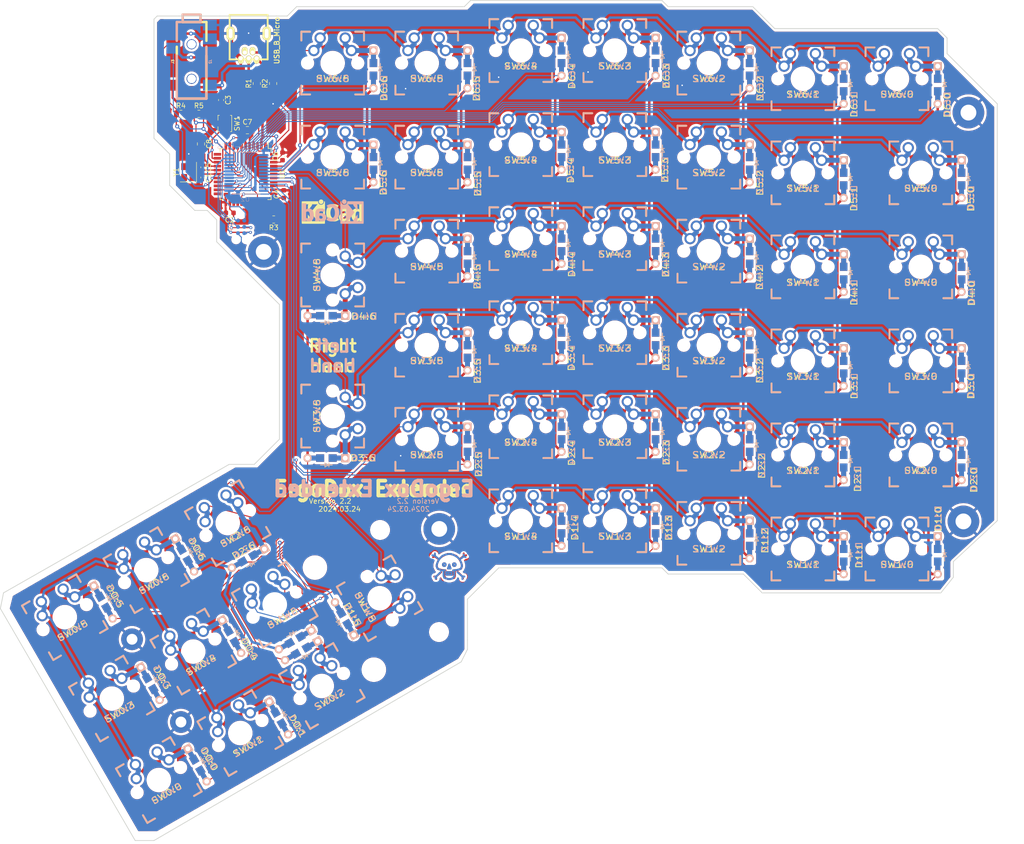
<source format=kicad_pcb>
(kicad_pcb (version 20240108) (generator "pcbnew") (generator_version "8.0")
  (layers (0 "F.Cu" signal) (31 "B.Cu" signal) (34 "B.Paste" user) (35 "F.Paste" user) (36 "B.SilkS" user "B.Silkscreen") (37 "F.SilkS" user "F.Silkscreen") (38 "B.Mask" user) (39 "F.Mask" user) (44 "Edge.Cuts" user))
  (net 0 "")
  (net 1 "XTAL2")
  (net 2 "GND")
  (net 3 "VCC")
  (net 4 "XTAL1")
  (net 5 "Net-(U1-AREF)")
  (net 6 "Net-(U1-UCAP)")
  (net 7 "Col0")
  (net 8 "Net-(D0:0-K)")
  (net 9 "Col1")
  (net 10 "Net-(D0:1-K)")
  (net 11 "Col2")
  (net 12 "Net-(D0:2-K)")
  (net 13 "Col3")
  (net 14 "Net-(D0:3-K)")
  (net 15 "Col4")
  (net 16 "Net-(D0:4-K)")
  (net 17 "Col5")
  (net 18 "Net-(D0:5-K)")
  (net 19 "Col6")
  (net 20 "Net-(D0:6-K)")
  (net 21 "Net-(D1:0-K)")
  (net 22 "Net-(D1:1-K)")
  (net 23 "Net-(D1:2-K)")
  (net 24 "Net-(D1:3-K)")
  (net 25 "Net-(D1:4-K)")
  (net 26 "Net-(D1:5-K)")
  (net 27 "Net-(D1:6-K)")
  (net 28 "Net-(D2:0-K)")
  (net 29 "Net-(D2:1-K)")
  (net 30 "Net-(D2:2-K)")
  (net 31 "Net-(D2:3-K)")
  (net 32 "Net-(D2:4-K)")
  (net 33 "Net-(D2:5-K)")
  (net 34 "Net-(D2:6-K)")
  (net 35 "Net-(D3:0-K)")
  (net 36 "Net-(D3:1-K)")
  (net 37 "Net-(D3:2-K)")
  (net 38 "Net-(D3:3-K)")
  (net 39 "Net-(D3:4-K)")
  (net 40 "Net-(D3:5-K)")
  (net 41 "Net-(D3:6-K)")
  (net 42 "Net-(D4:0-K)")
  (net 43 "Net-(D4:1-K)")
  (net 44 "Net-(D4:2-K)")
  (net 45 "Net-(D4:3-K)")
  (net 46 "Net-(D4:4-K)")
  (net 47 "Net-(D4:5-K)")
  (net 48 "Net-(D4:6-K)")
  (net 49 "Net-(D5:0-K)")
  (net 50 "Net-(D5:1-K)")
  (net 51 "Net-(D5:2-K)")
  (net 52 "Net-(D5:3-K)")
  (net 53 "Net-(D5:4-K)")
  (net 54 "Net-(D5:5-K)")
  (net 55 "Net-(D5:6-K)")
  (net 56 "Net-(D6:0-K)")
  (net 57 "Net-(D6:1-K)")
  (net 58 "Net-(D6:2-K)")
  (net 59 "Net-(D6:3-K)")
  (net 60 "Net-(D6:4-K)")
  (net 61 "Net-(D6:5-K)")
  (net 62 "Net-(D6:6-K)")
  (net 63 "Net-(J1-D-)")
  (net 64 "Net-(J1-D+)")
  (net 66 "Net-(U1-D+)")
  (net 67 "Net-(U1-D-)")
  (net 68 "Net-(U1-~{HWB}{slash}PE2)")
  (net 69 "RST")
  (net 70 "Row0")
  (net 71 "Row1")
  (net 72 "Row2")
  (net 73 "Row3")
  (net 74 "Row4")
  (net 75 "Row5")
  (net 76 "Row6")
  (net 79 "SCL")
  (net 80 "SDA")
  (footprint "Capacitor_SMD:C_0402_1005Metric" (layer "F.Cu") (at 106.2355 54.8005 -90)
    (property "Reference" "C1")
    (property "Value" "10pf")
  )
  (footprint "Capacitor_SMD:C_0603_1608Metric" (layer "F.Cu") (at 111.7345 61.976 180)
    (property "Reference" "C2")
    (property "Value" "0.1uf")
  )
  (footprint "Capacitor_SMD:C_0603_1608Metric" (layer "F.Cu") (at 109.982 39.116 -90)
    (property "Reference" "C3")
    (property "Value" "0.1uf")
  )
  (footprint "Capacitor_SMD:C_0603_1608Metric" (layer "F.Cu") (at 122.682 58.166 90)
    (property "Reference" "C4")
    (property "Value" "0.1uf")
  )
  (footprint "Capacitor_SMD:C_0402_1005Metric" (layer "F.Cu") (at 106.2355 52.7455 90)
    (property "Reference" "C5")
    (property "Value" "10pf")
  )
  (footprint "Capacitor_SMD:C_0603_1608Metric" (layer "F.Cu") (at 122.428 50.5205 90)
    (property "Reference" "C6")
    (property "Value" "0.1uf")
  )
  (footprint "Capacitor_SMD:C_0805_2012Metric" (layer "F.Cu") (at 115.316 45.212)
    (property "Reference" "C7")
    (property "Value" "1uf")
  )
  (footprint "Capacitor_SMD:C_0805_2012Metric" (layer "F.Cu") (at 105.918 48.006 -90)
    (property "Reference" "C8")
    (property "Value" "1uf")
  )
  (footprint "custom_footprints:DIODE" (layer "F.Cu") (at 105.161834 173.820908 -60)
    (property "Reference" "D0:0")
    (property "Value" "D_ALT" (hide yes))
  )
  (footprint "custom_footprints:DIODE" (layer "F.Cu") (at 121.659618 164.295908 -60)
    (property "Reference" "D0:1")
    (property "Value" "D_ALT" (hide yes))
  )
  (footprint "custom_footprints:DIODE" (layer "F.Cu") (at 126.245862 150.649516 -150)
    (property "Reference" "D0:2" (hide yes))
    (property "Value" "D_ALT" (hide yes))
  )
  (footprint "custom_footprints:DIODE" (layer "F.Cu") (at 95.636834 157.323124 -60)
    (property "Reference" "D0:3")
    (property "Value" "D_ALT" (hide yes))
  )
  (footprint "custom_footprints:DIODE" (layer "F.Cu") (at 112.134618 147.798124 -60)
    (property "Reference" "D0:4")
    (property "Value" "D_ALT" (hide yes))
  )
  (footprint "custom_footprints:DIODE" (layer "F.Cu") (at 86.111834 140.82534 -60)
    (property "Reference" "D0:5")
    (property "Value" "D_ALT" (hide yes))
  )
  (footprint "custom_footprints:DIODE" (layer "F.Cu") (at 102.609618 131.30034 -60)
    (property "Reference" "D0:6")
    (property "Value" "D_ALT" (hide yes))
  )
  (footprint "custom_footprints:DIODE" (layer "F.Cu") (at 255.143 131.318 -90)
    (property "Reference" "D1:0")
    (property "Value" "D_ALT" (hide yes))
  )
  (footprint "custom_footprints:DIODE" (layer "F.Cu") (at 236.093 131.318 -90)
    (property "Reference" "D1:1")
    (property "Value" "D_ALT" (hide yes))
  )
  (footprint "custom_footprints:DIODE" (layer "F.Cu") (at 217.043 128.143 -90)
    (property "Reference" "D1:2")
    (property "Value" "D_ALT" (hide yes))
  )
  (footprint "custom_footprints:DIODE" (layer "F.Cu") (at 197.993 125.603 -90)
    (property "Reference" "D1:3")
    (property "Value" "D_ALT" (hide yes))
  )
  (footprint "custom_footprints:DIODE" (layer "F.Cu") (at 178.943 125.603 -90)
    (property "Reference" "D1:4")
    (property "Value" "D_ALT" (hide yes))
  )
  (footprint "custom_footprints:DIODE" (layer "F.Cu") (at 134.959607 144.152163 120)
    (property "Reference" "D1:5")
    (property "Value" "D_ALT" (hide yes))
  )
  (footprint "custom_footprints:DIODE" (layer "F.Cu") (at 259.969 112.268 -90)
    (property "Reference" "D2:0")
    (property "Value" "D_ALT" (hide yes))
  )
  (footprint "custom_footprints:DIODE" (layer "F.Cu") (at 236.093 112.268 -90)
    (property "Reference" "D2:1")
    (property "Value" "D_ALT" (hide yes))
  )
  (footprint "custom_footprints:DIODE" (layer "F.Cu") (at 217.043 109.093 -90)
    (property "Reference" "D2:2")
    (property "Value" "D_ALT" (hide yes))
  )
  (footprint "custom_footprints:DIODE" (layer "F.Cu") (at 197.993 106.553 -90)
    (property "Reference" "D2:3")
    (property "Value" "D_ALT" (hide yes))
  )
  (footprint "custom_footprints:DIODE" (layer "F.Cu") (at 178.943 106.553 -90)
    (property "Reference" "D2:4")
    (property "Value" "D_ALT" (hide yes))
  )
  (footprint "custom_footprints:DIODE" (layer "F.Cu") (at 159.893 109.093 -90)
    (property "Reference" "D2:5")
    (property "Value" "D_ALT" (hide yes))
  )
  (footprint "custom_footprints:DIODE" (layer "F.Cu") (at 115.450862 131.952027 -150)
    (property "Reference" "D2:6")
    (property "Value" "D_ALT" (hide yes))
  )
  (footprint "custom_footprints:DIODE" (layer "F.Cu") (at 259.969 93.218 -90)
    (property "Reference" "D3:0")
    (property "Value" "D_ALT" (hide yes))
  )
  (footprint "custom_footprints:DIODE" (layer "F.Cu") (at 236.093 93.218 -90)
    (property "Reference" "D3:1")
    (property "Value" "D_ALT" (hide yes))
  )
  (footprint "custom_footprints:DIODE" (layer "F.Cu") (at 217.043 90.043 -90)
    (property "Reference" "D3:2")
    (property "Value" "D_ALT" (hide yes))
  )
  (footprint "custom_footprints:DIODE" (layer "F.Cu") (at 197.993 87.503 -90)
    (property "Reference" "D3:3")
    (property "Value" "D_ALT" (hide yes))
  )
  (footprint "custom_footprints:DIODE" (layer "F.Cu") (at 178.943 87.503 -90)
    (property "Reference" "D3:4")
    (property "Value" "D_ALT" (hide yes))
  )
  (footprint "custom_footprints:DIODE" (layer "F.Cu") (at 159.893 90.043 -90)
    (property "Reference" "D3:5")
    (property "Value" "D_ALT" (hide yes))
  )
  (footprint "custom_footprints:DIODE" (layer "F.Cu") (at 131.318 111.633 180)
    (property "Reference" "D3:6")
    (property "Value" "D_ALT" (hide yes))
  )
  (footprint "custom_footprints:DIODE" (layer "F.Cu") (at 259.969 74.168 -90)
    (property "Reference" "D4:0")
    (property "Value" "D_ALT" (hide yes))
  )
  (footprint "custom_footprints:DIODE" (layer "F.Cu") (at 236.093 74.168 -90)
    (property "Reference" "D4:1")
    (property "Value" "D_ALT" (hide yes))
  )
  (footprint "custom_footprints:DIODE" (layer "F.Cu") (at 217.043 70.993 -90)
    (property "Reference" "D4:2")
    (property "Value" "D_ALT" (hide yes))
  )
  (footprint "custom_footprints:DIODE" (layer "F.Cu") (at 197.993 68.453 -90)
    (property "Reference" "D4:3")
    (property "Value" "D_ALT" (hide yes))
  )
  (footprint "custom_footprints:DIODE" (layer "F.Cu") (at 178.943 68.453 -90)
    (property "Reference" "D4:4")
    (property "Value" "D_ALT" (hide yes))
  )
  (footprint "custom_footprints:DIODE" (layer "F.Cu") (at 159.893 70.993 -90)
    (property "Reference" "D4:5")
    (property "Value" "D_ALT" (hide yes))
  )
  (footprint "custom_footprints:DIODE" (layer "F.Cu") (at 131.318 82.804 180)
    (property "Reference" "D4:6")
    (property "Value" "D_ALT" (hide yes))
  )
  (footprint "custom_footprints:DIODE" (layer "F.Cu") (at 259.969 55.118 -90)
    (property "Reference" "D5:0")
    (property "Value" "D_ALT" (hide yes))
  )
  (footprint "custom_footprints:DIODE" (layer "F.Cu") (at 236.093 55.118 -90)
    (property "Reference" "D5:1")
    (property "Value" "D_ALT" (hide yes))
  )
  (footprint "custom_footprints:DIODE" (layer "F.Cu") (at 217.043 51.943 -90)
    (property "Reference" "D5:2")
    (property "Value" "D_ALT" (hide yes))
  )
  (footprint "custom_footprints:DIODE" (layer "F.Cu") (at 197.993 49.403 -90)
    (property "Reference" "D5:3")
    (property "Value" "D_ALT" (hide yes))
  )
  (footprint "custom_footprints:DIODE" (layer "F.Cu") (at 178.943 49.403 -90)
    (property "Reference" "D5:4")
    (property "Value" "D_ALT" (hide yes))
  )
  (footprint "custom_footprints:DIODE" (layer "F.Cu") (at 159.893 51.943 -90)
    (property "Reference" "D5:5")
    (property "Value" "D_ALT" (hide yes))
  )
  (footprint "custom_footprints:DIODE" (layer "F.Cu") (at 140.843 51.943 -90)
    (property "Reference" "D5:6")
    (property "Value" "D_ALT" (hide yes))
  )
  (footprint "custom_footprints:DIODE" (layer "F.Cu") (at 255.143 36.068 -90)
    (property "Reference" "D6:0")
    (property "Value" "D_ALT" (hide yes))
  )
  (footprint "custom_footprints:DIODE" (layer "F.Cu") (at 236.093 36.068 -90)
    (property "Reference" "D6:1")
    (property "Value" "D_ALT" (hide yes))
  )
  (footprint "custom_footprints:DIODE" (layer "F.Cu") (at 217.043 32.893 -90)
    (property "Reference" "D6:2")
    (property "Value" "D_ALT" (hide yes))
  )
  (footprint "custom_footprints:DIODE" (layer "F.Cu") (at 197.993 30.353 -90)
    (property "Reference" "D6:3")
    (property "Value" "D_ALT" (hide yes))
  )
  (footprint "custom_footprints:DIODE" (layer "F.Cu") (at 178.943 30.353 -90)
    (property "Reference" "D6:4")
    (property "Value" "D_ALT" (hide yes))
  )
  (footprint "custom_footprints:DIODE" (layer "F.Cu") (at 159.893 32.893 -90)
    (property "Reference" "D6:5")
    (property "Value" "D_ALT" (hide yes))
  )
  (footprint "custom_footprints:DIODE" (layer "F.Cu") (at 140.843 32.893 -90)
    (property "Reference" "D6:6")
    (property "Value" "D_ALT" (hide yes))
  )
  (footprint "custom_footprints:USBMINImod" (layer "F.Cu") (at 115.57 23.876 -90)
    (property "Reference" "J1" (hide yes))
    (property "Value" "USB_B_Micro")
  )
  (footprint "kicad-open-modules:SJ-43514-SMT" (layer "F.Cu") (at 104.013 31.313 -90)
    (property "Reference" "J3")
    (property "Value" "AudioJack4")
  )
  (footprint "Resistor_SMD:R_0805_2012Metric" (layer "F.Cu") (at 117.221 35.7655 90)
    (property "Reference" "R1")
    (property "Value" "22")
  )
  (footprint "Resistor_SMD:R_0805_2012Metric" (layer "F.Cu") (at 120.523 35.7655 90)
    (property "Reference" "R2")
    (property "Value" "22")
  )
  (footprint "Resistor_SMD:R_0805_2012Metric" (layer "F.Cu") (at 120.65 63.3095 180)
    (property "Reference" "R3")
    (property "Value" "1K")
  )
  (footprint "Button_Switch_SMD:SW_SPST_B3U-1100P" (layer "F.Cu") (at 109.924 43.864 -90)
    (property "Reference" "SW1")
    (property "Value" "Reset")
  )
  (footprint "custom_footprints:CHERRY_PCB_100H" (layer "F.Cu") (at 97.377795 176.848555 30)
    (property "Reference" "SW0:0")
    (property "Value" "SWITCH" (hide yes))
  )
  (footprint "custom_footprints:CHERRY_PCB_100H" (layer "F.Cu") (at 113.875579 167.323555 30)
    (property "Reference" "SW0:1")
    (property "Value" "SWITCH" (hide yes))
  )
  (footprint "custom_footprints:CHERRY_PCB_100H" (layer "F.Cu") (at 130.373362 157.798555 30)
    (property "Reference" "SW0:2")
    (property "Value" "SWITCH" (hide yes))
  )
  (footprint "custom_footprints:CHERRY_PCB_100H" (layer "F.Cu") (at 87.852795 160.350771 30)
    (property "Reference" "SW0:3")
    (property "Value" "SWITCH" (hide yes))
  )
  (footprint "custom_footprints:CHERRY_PCB_100H" (layer "F.Cu") (at 104.350579 150.825771 30)
    (property "Reference" "SW0:4")
    (property "Value" "SWITCH" (hide yes))
  )
  (footprint "custom_footprints:CHERRY_PCB_100H" (layer "F.Cu") (at 78.327795 143.852987 30)
    (property "Reference" "SW0:5")
    (property "Value" "SWITCH" (hide yes))
  )
  (footprint "custom_footprints:CHERRY_PCB_100H" (layer "F.Cu") (at 94.825579 134.327987 30)
    (property "Reference" "SW0:6")
    (property "Value" "SWITCH" (hide yes))
  )
  (footprint "custom_footprints:CHERRY_PCB_100H" (layer "F.Cu") (at 246.888 130.048)
    (property "Reference" "SW1:0")
    (property "Value" "SWITCH" (hide yes))
  )
  (footprint "custom_footprints:CHERRY_PCB_100H" (layer "F.Cu") (at 227.838 130.048)
    (property "Reference" "SW1:1")
    (property "Value" "SWITCH" (hide yes))
  )
  (footprint "custom_footprints:CHERRY_PCB_100H" (layer "F.Cu") (at 208.788 126.873)
    (property "Reference" "SW1:2")
    (property "Value" "SWITCH" (hide yes))
  )
  (footprint "custom_footprints:CHERRY_PCB_100H" (layer "F.Cu") (at 189.738 124.333)
    (property "Reference" "SW1:3")
    (property "Value" "SWITCH" (hide yes))
  )
  (footprint "custom_footprints:CHERRY_PCB_100H" (layer "F.Cu") (at 170.688 124.333)
    (property "Reference" "SW1:4")
    (property "Value" "SWITCH" (hide yes))
  )
  (footprint "custom_footprints:CHERRY_PCB_200H" (layer "F.Cu") (at 142.108646 140.024663 -60)
    (property "Reference" "SW1:5")
    (property "Value" "SWITCH" (hide yes))
  )
  (footprint "custom_footprints:CHERRY_PCB_100H" (layer "F.Cu") (at 120.848362 141.300771 30)
    (property "Reference" "SW1:6")
    (property "Value" "SWITCH" (hide yes))
  )
  (footprint "custom_footprints:CHERRY_PCB_150H" (layer "F.Cu") (at 251.714 110.998)
    (property "Reference" "SW2:0")
    (property "Value" "SWITCH" (hide yes))
  )
  (footprint "custom_footprints:CHERRY_PCB_100H" (layer "F.Cu") (at 227.838 110.998)
    (property "Reference" "SW2:1")
    (property "Value" "SWITCH" (hide yes))
  )
  (footprint "custom_footprints:CHERRY_PCB_100H" (layer "F.Cu") (at 208.788 107.823)
    (property "Reference" "SW2:2")
    (property "Value" "SWITCH" (hide yes))
  )
  (footprint "custom_footprints:CHERRY_PCB_100H" (layer "F.Cu") (at 189.738 105.283)
    (property "Reference" "SW2:3")
    (property "Value" "SWITCH" (hide yes))
  )
  (footprint "custom_footprints:CHERRY_PCB_100H" (layer "F.Cu") (at 170.688 105.283)
    (property "Reference" "SW2:4")
    (property "Value" "SWITCH" (hide yes))
  )
  (footprint "custom_footprints:CHERRY_PCB_100H" (layer "F.Cu") (at 151.638 107.823)
    (property "Reference" "SW2:5")
    (property "Value" "SWITCH" (hide yes))
  )
  (footprint "custom_footprints:CHERRY_PCB_100H" (layer "F.Cu") (at 111.323362 124.802987 30)
    (property "Reference" "SW2:6")
    (property "Value" "SWITCH" (hide yes))
  )
  (footprint "custom_footprints:CHERRY_PCB_150H" (layer "F.Cu") (at 251.714 91.948)
    (property "Reference" "SW3:0")
    (property "Value" "SWITCH" (hide yes))
  )
  (footprint "custom_footprints:CHERRY_PCB_100H" (layer "F.Cu") (at 227.838 91.948)
    (property "Reference" "SW3:1")
    (property "Value" "SWITCH" (hide yes))
  )
  (footprint "custom_footprints:CHERRY_PCB_100H" (layer "F.Cu") (at 208.788 88.773)
    (property "Reference" "SW3:2")
    (property "Value" "SWITCH" (hide yes))
  )
  (footprint "custom_footprints:CHERRY_PCB_100H" (layer "F.Cu") (at 189.738 86.233)
    (property "Reference" "SW3:3")
    (property "Value" "SWITCH" (hide yes))
  )
  (footprint "custom_footprints:CHERRY_PCB_100H" (layer "F.Cu") (at 170.688 86.233)
    (property "Reference" "SW3:4")
    (property "Value" "SWITCH" (hide yes))
  )
  (footprint "custom_footprints:CHERRY_PCB_100H" (layer "F.Cu") (at 151.638 88.773)
    (property "Reference" "SW3:5")
    (property "Value" "SWITCH" (hide yes))
  )
  (footprint "custom_footprints:CHERRY_PCB_150H" (layer "F.Cu") (at 132.588 103.124 -90)
    (property "Reference" "SW3:6")
    (property "Value" "SWITCH" (hide yes))
  )
  (footprint "custom_footprints:CHERRY_PCB_150H" (layer "F.Cu") (at 251.714 72.898)
    (property "Reference" "SW4:0")
    (property "Value" "SWITCH" (hide yes))
  )
  (footprint "custom_footprints:CHERRY_PCB_100H" (layer "F.Cu") (at 227.838 72.898)
    (property "Reference" "SW4:1")
    (property "Value" "SWITCH" (hide yes))
  )
  (footprint "custom_footprints:CHERRY_PCB_100H" (layer "F.Cu") (at 208.788 69.723)
    (property "Reference" "SW4:2")
    (property "Value" "SWITCH" (hide yes))
  )
  (footprint "custom_footprints:CHERRY_PCB_100H" (layer "F.Cu") (at 189.738 67.183)
    (property "Reference" "SW4:3")
    (property "Value" "SWITCH" (hide yes))
  )
  (footprint "custom_footprints:CHERRY_PCB_100H" (layer "F.Cu") (at 170.688 67.183)
    (property "Reference" "SW4:4")
    (property "Value" "SWITCH" (hide yes))
  )
  (footprint "custom_footprints:CHERRY_PCB_100H" (layer "F.Cu") (at 151.638 69.723)
    (property "Reference" "SW4:5")
    (property "Value" "SWITCH" (hide yes))
  )
  (footprint "custom_footprints:CHERRY_PCB_150H" (layer "F.Cu") (at 132.588 74.549 -90)
    (property "Reference" "SW4:6")
    (property "Value" "SWITCH" (hide yes))
  )
  (footprint "custom_footprints:CHERRY_PCB_150H" (layer "F.Cu") (at 251.714 53.848)
    (property "Reference" "SW5:0")
    (property "Value" "SWITCH" (hide yes))
  )
  (footprint "custom_footprints:CHERRY_PCB_100H" (layer "F.Cu") (at 227.838 53.848)
    (property "Reference" "SW5:1")
    (property "Value" "SWITCH" (hide yes))
  )
  (footprint "custom_footprints:CHERRY_PCB_100H" (layer "F.Cu") (at 208.788 50.673)
    (property "Reference" "SW5:2")
    (property "Value" "SWITCH" (hide yes))
  )
  (footprint "custom_footprints:CHERRY_PCB_100H" (layer "F.Cu") (at 189.738 48.133)
    (property "Reference" "SW5:3")
    (property "Value" "SWITCH" (hide yes))
  )
  (footprint "custom_footprints:CHERRY_PCB_100H" (layer "F.Cu") (at 170.688 48.133)
    (property "Reference" "SW5:4")
    (property "Value" "SWITCH" (hide yes))
  )
  (footprint "custom_footprints:CHERRY_PCB_100H" (layer "F.Cu") (at 151.638 50.673)
    (property "Reference" "SW5:5")
    (property "Value" "SWITCH" (hide yes))
  )
  (footprint "custom_footprints:CHERRY_PCB_100H" (layer "F.Cu") (at 132.588 50.673)
    (property "Reference" "SW5:6")
    (property "Value" "SWITCH" (hide yes))
  )
  (footprint "custom_footprints:CHERRY_PCB_100H" (layer "F.Cu") (at 246.888 34.798)
    (property "Reference" "SW6:0")
    (property "Value" "SWITCH" (hide yes))
  )
  (footprint "custom_footprints:CHERRY_PCB_100H" (layer "F.Cu") (at 227.838 34.798)
    (property "Reference" "SW6:1")
    (property "Value" "SWITCH" (hide yes))
  )
  (footprint "custom_footprints:CHERRY_PCB_100H" (layer "F.Cu") (at 208.788 31.623)
    (property "Reference" "SW6:2")
    (property "Value" "SWITCH" (hide yes))
  )
  (footprint "custom_footprints:CHERRY_PCB_100H" (layer "F.Cu") (at 189.738 29.083)
    (property "Reference" "SW6:3")
    (property "Value" "SWITCH" (hide yes))
  )
  (footprint "custom_footprints:CHERRY_PCB_100H" (layer "F.Cu") (at 170.688 29.083)
    (property "Reference" "SW6:4")
    (property "Value" "SWITCH" (hide yes))
  )
  (footprint "custom_footprints:CHERRY_PCB_100H" (layer "F.Cu") (at 151.638 31.623)
    (property "Reference" "SW6:5")
    (property "Value" "SWITCH" (hide yes))
  )
  (footprint "custom_footprints:CHERRY_PCB_100H" (layer "F.Cu") (at 132.588 31.623)
    (property "Reference" "SW6:6")
    (property "Value" "SWITCH" (hide yes))
  )
  (footprint "Package_QFP:TQFP-44_10x10mm_P0.8mm" (layer "F.Cu") (at 114.95 54.102 -90)
    (property "Reference" "U1")
    (property "Value" "ATmega32U4-AU")
  )
  (footprint "Resistor_SMD:R_0805_2012Metric" (layer "F.Cu") (at 101.854 41.91)
    (property "Reference" "R4")
    (property "Value" "2.2k")
  )
  (footprint "Resistor_SMD:R_0805_2012Metric" (layer "F.Cu") (at 105.4885 41.91)
    (property "Reference" "R5")
    (property "Value" "2.2k")
  )
  (footprint "MountingHole:MountingHole_3.2mm_M3_Pad" (layer "F.Cu") (at 118.618 69.85)
    (property "Reference" "MOUNT_4")
    (property "Value" "MountingHole_3.2mm_M3_Pad")
  )
  (footprint "MountingHole:MountingHole_3.2mm_M3_Pad" (layer "F.Cu") (at 261.366 41.656)
    (property "Reference" "MOUNT_3")
    (property "Value" "MountingHole_3.2mm_M3_Pad")
  )
  (footprint "MountingHole:MountingHole_3.2mm_M3_Pad" (layer "F.Cu") (at 260.35 124.46)
    (property "Reference" "MOUNT_2")
    (property "Value" "MountingHole_3.2mm_M3_Pad")
  )
  (footprint "MountingHole:MountingHole_3.2mm_M3_Pad" (layer "F.Cu") (at 154.178 125.984)
    (property "Reference" "MOUNT_1")
    (property "Value" "MountingHole_3.2mm_M3_Pad")
  )
  (footprint "MountingHole:MountingHole_2.2mm_M2_Pad" (layer "F.Cu") (at 91.948 148.336)
    (property "Reference" "MOUNT_6")
    (property "Value" "MountingHole_2.2mm_M2_Pad")
  )
  (footprint "MountingHole:MountingHole_2.2mm_M2_Pad" (layer "F.Cu") (at 101.854 165.1)
    (property "Reference" "MOUNT_5")
    (property "Value" "MountingHole_2.2mm_M2_Pad")
  )
  (footprint "Symbol:KiCad-Logo_5mm_SilkScreen" (layer "F.Cu") (at 132.588 62.23)
    (property "Reference" "REF**" (hide yes))
    (property "Value" "KiCad-Logo_5mm_SilkScreen" (hide yes))
  )
  (footprint "Symbol:Symbol_Danger_CopperTop_Small" (layer "F.Cu") (at 156.21 133.604)
    (property "Reference" "REF**" (hide yes))
    (property "Value" "Symbol_Danger_CopperTop_Small")
  )
  (footprint "Crystal:Crystal_SMD_3225-4Pin_3.2x2.5mm" (layer "F.Cu") (at 103.3535 53.7005 90)
    (property "Reference" "Y1")
    (property "Value" "16Mhz")
  )
  (footprint "custom_footprints:DIODE" (layer "B.Cu") (at 124.975862 148.449811 -150)
    (property "Reference" "D1:6" (hide yes))
    (property "Value" "D_ALT" (hide yes))
  )
  (footprint "kicad-open-modules:SJ-43514-SMT" (layer "B.Cu") (at 104.013 31.313 -90)
    (property "Reference" "J2")
    (property "Value" "AudioJack4")
  )
  (footprint "MCP23018-E_SS:SOP65P780X200-24N" (layer "B.Cu") (at 115.113 53.889)
    (property "Reference" "U2")
    (property "Value" "MCP23018-E_SS")
  )
  (footprint "Symbol:KiCad-Logo_5mm_SilkScreen" (layer "B.Cu") (at 132.588 62.23 180)
    (property "Reference" "REF**" (hide yes))
    (property "Value" "KiCad-Logo_5mm_SilkScreen" (hide yes))
  )
  (footprint "Symbol:Symbol_Danger_CopperTop_Small" (layer "B.Cu") (at 156.21 133.604 180)
    (property "Reference" "REF**" (hide yes))
    (property "Value" "Symbol_Danger_CopperTop_Small")
  )
  (footprint "Custom:TAG_TC2030-IDC-NL" (layer "B.Cu") (at 114.0475 64.804 -90)
    (property "Reference" "J4")
    (property "Value" "ISP")
  )
  (gr_line (start 257.048 29.718) (end 257.048 26.543) (stroke (width 0.15)) (layer "Edge.Cuts"))
  (gr_line (start 97.028 22.098) (end 101.473 22.098) (stroke (width 0.15)) (layer "Edge.Cuts"))
  (gr_line (start 267.208 39.878) (end 257.048 29.718) (stroke (width 0.15)) (layer "Edge.Cuts"))
  (gr_line (start 96.393 46.863) (end 96.393 22.733) (stroke (width 0.15)) (layer "Edge.Cuts"))
  (gr_line (start 159.893 140.208) (end 159.893 148.463) (stroke (width 0.15)) (layer "Edge.Cuts"))
  (gr_line (start 267.208 124.333) (end 258.318 132.588) (stroke (width 0.15)) (layer "Edge.Cuts"))
  (gr_line (start 217.678 20.193) (end 222.123 24.638) (stroke (width 0.15)) (layer "Edge.Cuts"))
  (gr_line (start 107.188 61.468) (end 104.648 61.468) (stroke (width 0.15)) (layer "Edge.Cuts"))
  (gr_line (start 160.528 18.923) (end 199.263 18.923) (stroke (width 0.15)) (layer "Edge.Cuts"))
  (gr_line (start 111.633 112.903) (end 116.713 112.903) (stroke (width 0.15)) (layer "Edge.Cuts"))
  (gr_line (start 65.278 142.113) (end 65.913 138.938) (stroke (width 0.15)) (layer "Edge.Cuts"))
  (gr_line (start 255.143 24.638) (end 257.048 26.543) (stroke (width 0.15)) (layer "Edge.Cuts"))
  (gr_line (start 267.208 55.118) (end 267.208 124.333) (stroke (width 0.15)) (layer "Edge.Cuts"))
  (gr_line (start 166.243 133.858) (end 163.068 137.033) (stroke (width 0.15)) (layer "Edge.Cuts"))
  (gr_line (start 65.913 138.938) (end 111.633 112.903) (stroke (width 0.15)) (layer "Edge.Cuts"))
  (gr_line (start 159.258 20.193) (end 160.528 18.923) (stroke (width 0.15)) (layer "Edge.Cuts"))
  (gr_line (start 104.648 61.468) (end 99.568 56.388) (stroke (width 0.15)) (layer "Edge.Cuts"))
  (gr_line (start 96.393 189.103) (end 92.583 189.103) (stroke (width 0.15)) (layer "Edge.Cuts"))
  (gr_line (start 258.318 132.588) (end 258.318 135.763) (stroke (width 0.15)) (layer "Edge.Cuts"))
  (gr_line (start 219.583 138.938) (end 215.773 135.128) (stroke (width 0.15)) (layer "Edge.Cuts"))
  (gr_line (start 255.778 138.938) (end 219.583 138.938) (stroke (width 0.15)) (layer "Edge.Cuts"))
  (gr_line (start 159.893 148.463) (end 159.893 150.368) (stroke (width 0.15)) (layer "Edge.Cuts"))
  (gr_line (start 222.123 24.638) (end 255.143 24.638) (stroke (width 0.15)) (layer "Edge.Cuts"))
  (gr_line (start 125.2855 20.193) (end 159.258 20.193) (stroke (width 0.15)) (layer "Edge.Cuts"))
  (gr_line (start 199.263 18.923) (end 200.533 20.193) (stroke (width 0.15)) (layer "Edge.Cuts"))
  (gr_line (start 121.158 22.098) (end 123.3805 22.098) (stroke (width 0.15)) (layer "Edge.Cuts"))
  (gr_line (start 99.568 50.038) (end 96.393 46.863) (stroke (width 0.15)) (layer "Edge.Cuts"))
  (gr_line (start 158.623 152.908) (end 96.393 189.103) (stroke (width 0.15)) (layer "Edge.Cuts"))
  (gr_line (start 199.263 133.858) (end 166.243 133.858) (stroke (width 0.15)) (layer "Edge.Cuts"))
  (gr_line (start 123.3805 22.098) (end 125.2855 20.193) (stroke (width 0.15)) (layer "Edge.Cuts"))
  (gr_line (start 258.318 135.763) (end 255.778 138.938) (stroke (width 0.15)) (layer "Edge.Cuts"))
  (gr_line (start 121.793 107.823) (end 121.793 80.518) (stroke (width 0.15)) (layer "Edge.Cuts"))
  (gr_line (start 109.728 22.098) (end 121.158 22.098) (stroke (width 0.15)) (layer "Edge.Cuts"))
  (gr_line (start 109.093 63.373) (end 107.188 61.468) (stroke (width 0.15)) (layer "Edge.Cuts"))
  (gr_line (start 163.068 137.033) (end 161.163 138.938) (stroke (width 0.15)) (layer "Edge.Cuts"))
  (gr_line (start 200.533 135.128) (end 199.263 133.858) (stroke (width 0.15)) (layer "Edge.Cuts"))
  (gr_line (start 101.473 22.098) (end 109.728 22.098) (stroke (width 0.15)) (layer "Edge.Cuts"))
  (gr_line (start 99.568 56.388) (end 99.568 50.038) (stroke (width 0.15)) (layer "Edge.Cuts"))
  (gr_line (start 92.583 189.103) (end 65.278 142.113) (stroke (width 0.15)) (layer "Edge.Cuts"))
  (gr_line (start 159.893 150.368) (end 158.623 152.908) (stroke (width 0.15)) (layer "Edge.Cuts"))
  (gr_line (start 161.163 138.938) (end 159.893 140.208) (stroke (width 0.15)) (layer "Edge.Cuts"))
  (gr_line (start 116.713 112.903) (end 121.793 107.823) (stroke (width 0.15)) (layer "Edge.Cuts"))
  (gr_line (start 109.093 67.818) (end 109.093 63.373) (stroke (width 0.15)) (layer "Edge.Cuts"))
  (gr_line (start 96.393 22.733) (end 97.028 22.098) (stroke (width 0.15)) (layer "Edge.Cuts"))
  (gr_line (start 267.208 39.878) (end 267.208 55.118) (stroke (width 0.15)) (layer "Edge.Cuts"))
  (gr_line (start 215.773 135.128) (end 200.533 135.128) (stroke (width 0.15)) (layer "Edge.Cuts"))
  (gr_line (start 200.533 20.193) (end 217.678 20.193) (stroke (width 0.15)) (layer "Edge.Cuts"))
  (gr_line (start 121.793 80.518) (end 109.093 67.818) (stroke (width 0.15)) (layer "Edge.Cuts"))
  (gr_text "Left\nHand" (at 132.588 90.932 0) (layer "B.SilkS") (effects (font (size 2.5 2.5) (thickness 0.5)) (justify mirror)))
  (gr_text "ErgoDox Extended" (at 140.97 117.856 0) (layer "B.SilkS") (effects (font (size 3 3) (thickness 0.75)) (justify mirror)))
  (gr_text "Version 2.2\n     2024.03.24" (at 149.86 121.158 0) (layer "B.SilkS") (effects (font (size 1 1)) (justify mirror)))
  (gr_text "Right\nHand" (at 132.588 90.932 0) (layer "F.SilkS") (effects (font (size 2.5 2.5) (thickness 0.5))))
  (gr_text "ErgoDox Extended" (at 140.97 117.856 0) (layer "F.SilkS") (effects (font (size 3 3) (thickness 0.75))))
  (gr_text "Version 2.2\n     2024.03.24" (at 132.08 121.158 0) (layer "F.SilkS") (effects (font (size 1 1))))
  (segment (start 104.734 52.6005) (end 105.364 53.2305) (width 0.2) (layer "F.Cu") (net 1))
  (segment (start 106.411 53.302) (end 109.25 53.302) (width 0.25) (layer "F.Cu") (net 1))
  (segment (start 105.364 53.2305) (end 106.2355 53.2305) (width 0.2) (layer "F.Cu") (net 1))
  (segment (start 106.172 53.063) (end 106.411 53.302) (width 0.25) (layer "F.Cu") (net 1))
  (segment (start 104.2035 52.6005) (end 104.734 52.6005) (width 0.2) (layer "F.Cu") (net 1))
  (segment (start 120.7265 57.3785) (end 120.65 57.302) (width 0.25) (layer "F.Cu") (net 2))
  (segment (start 110.947 61.976) (end 110.947 60.147) (width 0.25) (layer "F.Cu") (net 2))
  (segment (start 105.918 48.9435) (end 105.918 51.839) (width 0.25) (layer "F.Cu") (net 2))
  (segment (start 116.2535 45.212) (end 115.75 45.7155) (width 0.25) (layer "F.Cu") (net 2))
  (segment (start 120.65 50.902) (end 121.6 50.902) (width 0.2) (layer "F.Cu") (net 2))
  (segment (start 115.75 45.7155) (end 115.75 48.402) (width 0.25) (layer "F.Cu") (net 2))
  (segment (start 106.172 56.634002) (end 109.339998 59.802) (width 0.25) (layer "F.Cu") (net 2))
  (segment (start 111.92256 25.62606) (end 111.92256 28.62834) (width 1) (layer "F.Cu") (net 2))
  (segment (start 122.682 57.3785) (end 120.7265 57.3785) (width 0.25) (layer "F.Cu") (net 2))
  (segment (start 121.6 50.902) (end 122.428 50.074) (width 0.2) (layer "F.Cu") (net 2))
  (segment (start 109.982 41.402) (end 110.744 42.164) (width 0.25) (layer "F.Cu") (net 2))
  (segment (start 106.581 52.502) (end 109.25 52.502) (width 0.25) (layer "F.Cu") (net 2))
  (segment (start 115.75 49.402) (end 115.75 48.402) (width 0.25) (layer "F.Cu") (net 2))
  (segment (start 109.339998 59.802) (end 110.95 59.802) (width 0.25) (layer "F.Cu") (net 2))
  (segment (start 105.918 51.839) (end 106.172 52.093) (width 0.25) (layer "F.Cu") (net 2))
  (segment (start 106.172 55.326) (end 106.172 56.634002) (width 0.25) (layer "F.Cu") (net 2))
  (segment (start 111.92256 28.62834) (end 113.9698 30.67558) (width 1) (layer "F.Cu") (net 2))
  (segment (start 109.982 39.9035) (end 109.982 41.402) (width 0.25) (layer "F.Cu") (net 2))
  (segment (start 120.65 50.902) (end 117.25 50.902) (width 0.25) (layer "F.Cu") (net 2))
  (segment (start 117.25 50.902) (end 115.75 49.402) (width 0.25) (layer "F.Cu") (net 2))
  (segment (start 122.428 50.074) (end 122.428 49.733) (width 0.2) (layer "F.Cu") (net 2))
  (segment (start 106.172 52.093) (end 106.581 52.502) (width 0.25) (layer "F.Cu") (net 2))
  (via (at 116.84 52.578) (size 0.6) (drill 0.3) (layers "F.Cu" "B.Cu") (net 2))
  (via (at 147.36 36.804) (size 0.6) (drill 0.3) (layers "F.Cu" "B.Cu") (net 2))
  (via (at 166.21 34.484) (size 0.6) (drill 0.3) (layers "F.Cu" "B.Cu") (net 2))
  (via (at 203.38 36.134) (size 0.6) (drill 0.3) (layers "F.Cu" "B.Cu") (net 2))
  (via (at 184.32 33.434) (size 0.6) (drill 0.3) (layers "F.Cu" "B.Cu") (net 2))
  (via (at 113.43 42.584) (size 0.6) (drill 0.3) (layers "F.Cu" "B.Cu") (net 2))
  (via (at 220.05 37.614) (size 0.6) (drill 0.3) (layers "F.Cu" "B.Cu") (net 2))
  (via (at 103.44 50.024) (size 0.6) (drill 0.3) (layers "F.Cu" "B.Cu") (net 2))
  (via (at 120.523 39.878) (size 0.6) (drill 0.3) (layers "F.Cu" "B.Cu") (net 2))
  (via (at 146.36 111.164) (size 0.6) (drill 0.3) (layers "F.Cu" "B.Cu") (net 2))
  (via (at 115.56 25.564) (size 0.6) (drill 0.3) (layers "F.Cu" "B.Cu") (net 2))
  (segment (start 117.094 56.260002) (end 115.890002 57.464) (width 0.2) (layer "B.Cu") (net 2))
  (segment (start 114.092517 66.895467) (end 113.341775 66.144725) (width 0.2) (layer "B.Cu") (net 2))
  (segment (start 114.092517 69.85) (end 114.092517 66.895467) (width 0.2) (layer "B.Cu") (net 2))
  (segment (start 118.618 69.85) (end 114.092517 69.85) (width 0.2) (layer "B.Cu") (net 2))
  (segment (start 118.618 50.314) (end 117.468 50.314) (width 0.2) (layer "B.Cu") (net 2))
  (segment (start 117.094 52.832) (end 117.094 56.260002) (width 0.2) (layer "B.Cu") (net 2))
  (segment (start 116.84 52.578) (end 117.094 52.832) (width 0.2) (layer "B.Cu") (net 2))
  (segment (start 115.890002 57.464) (end 111.608 57.464) (width 0.2) (layer "B.Cu") (net 2))
  (segment (start 117.468 50.314) (end 116.84 50.942) (width 0.2) (layer "B.Cu") (net 2))
  (segment (start 116.84 50.942) (end 116.84 52.578) (width 0.2) (layer "B.Cu") (net 2))
  (segment (start 112.522 46.736) (end 112.522 46.736) (width 0.2) (layer "F.Cu") (net 3))
  (segment (start 113.249002 46.736) (end 112.522 46.736) (width 0.2) (layer "F.Cu") (net 3))
  (segment (start 114.15 48.402) (end 114.15 47.636998) (width 0.2) (layer "F.Cu") (net 3))
  (segment (start 114.15 52.174998) (end 114.773001 52.797999) (width 0.2) (layer "F.Cu") (net 3))
  (segment (start 118.37802 46.482) (end 118.37101 46.47499) (width 0.2) (layer "F.Cu") (net 3))
  (segment (start 104.551 43.337) (end 104.902 43.688) (width 0.25) (layer "F.Cu") (net 3))
  (segment (start 111.75 58.684) (end 112.268 58.166) (width 0.2) (layer "F.Cu") (net 3))
  (segment (start 105.918 47.0685) (end 104.902 46.0525) (width 0.2) (layer "F.Cu") (net 3))
  (segment (start 112.522 61.976) (end 111.75 61.204) (width 0.25) (layer "F.Cu") (net 3))
  (segment (start 120.65 49.276) (end 121.158 48.768) (width 0.2) (layer "F.Cu") (net 3))
  (segment (start 119.950002 58.102) (end 120.65 58.102) (width 0.2) (layer "F.Cu") (net 3))
  (segment (start 120.65 50.102) (end 120.65 49.276) (width 0.2) (layer "F.Cu") (net 3))
  (segment (start 121.5015 58.9535) (end 120.65 58.102) (width 0.25) (layer "F.Cu") (net 3))
  (segment (start 116.522001 54.673999) (end 119.950002 58.102) (width 0.2) (layer "F.Cu") (net 3))
  (segment (start 112.5095 61.976) (end 112.5095 63.0435) (width 0.25) (layer "F.Cu") (net 3))
  (segment (start 118.37101 41.91701) (end 118.37101 46.47499) (width 0.5) (layer "F.Cu") (net 3))
  (segment (start 118.37101 31.87639) (end 117.1702 30.67558) (width 0.5) (layer "F.Cu") (net 3))
  (segment (start 109.982 36.322) (end 110.191 36.113) (width 0.25) (layer "F.Cu") (net 3))
  (segment (start 109.25 51.702) (end 108.25 51.702) (width 0.25) (layer "F.Cu") (net 3))
  (segment (start 114.773001 52.924999) (end 116.522001 54.673999) (width 0.2) (layer "F.Cu") (net 3))
  (segment (start 121.158 46.482) (end 118.37802 46.482) (width 0.2) (layer "F.Cu") (net 3))
  (segment (start 108.25 51.702) (end 107.442 50.894) (width 0.25) (layer "F.Cu") (net 3))
  (segment (start 109.982 38.3285) (end 109.982 36.322) (width 0.25) (layer "F.Cu") (net 3))
  (segment (start 113.03 58.166) (end 116.522001 54.673999) (width 0.2) (layer "F.Cu") (net 3))
  (segment (start 118.37101 41.91701) (end 118.37101 31.87639) (width 0.5) (layer "F.Cu") (net 3))
  (segment (start 118.37101 46.47499) (end 118.37101 46.74301) (width 0.5) (layer "F.Cu") (net 3))
  (segment (start 102.7915 41.245) (end 100.203 38.6565) (width 0.5) (layer "F.Cu") (net 3))
  (segment (start 118.15 46.96402) (end 118.15 48.402) (width 0.5) (layer "F.Cu") (net 3))
  (segment (start 100.203 36.223) (end 100.313 36.113) (width 0.5) (layer "F.Cu") (net 3))
  (segment (start 104.902 46.0525) (end 104.902 43.688) (width 0.2) (layer "F.Cu") (net 3))
  (segment (start 122.682 58.9535) (end 121.5015 58.9535) (width 0.25) (layer "F.Cu") (net 3))
  (segment (start 107.442 50.894) (end 107.442 48.5925) (width 0.25) (layer "F.Cu") (net 3))
  (segment (start 118.364 41.91) (end 118.37101 41.91701) (width 0.25) (layer "F.Cu") (net 3))
  (segment (start 109.791001 36.512999) (end 110.191 36.113) (width 0.5) (layer "F.Cu") (net 3))
  (segment (start 111.75 61.204) (end 111.75 59.802) (width 0.25) (layer "F.Cu") (net 3))
  (segment (start 100.203 38.6565) (end 100.203 36.223) (width 0.5) (layer "F.Cu") (net 3))
  (segment (start 112.268 58.166) (end 113.03 58.166) (width 0.2) (layer "F.Cu") (net 3))
  (segment (start 100.712999 36.512999) (end 109.791001 36.512999) (width 0.5) (layer "F.Cu") (net 3))
  (segment (start 118.37101 46.74301) (end 118.15 46.96402) (width 0.5) (layer "F.Cu") (net 3))
  (segment (start 114.15 48.402) (end 114.15 52.174998) (width 0.2) (layer "F.Cu") (net 3))
  (segment (start 111.75 59.802) (end 111.75 58.684) (width 0.2) (layer "F.Cu") (net 3))
  (segment (start 100.313 36.113) (end 100.712999 36.512999) (width 0.5) (layer "F.Cu") (net 3))
  (segment (start 114.15 47.636998) (end 113.249002 46.736) (width 0.2) (layer "F.Cu") (net 3))
  (segment (start 114.773001 52.797999) (end 114.773001 52.924999) (width 0.2) (layer "F.Cu") (net 3))
  (segment (start 102.7915 41.91) (end 102.7915 41.245) (width 0.5) (layer "F.Cu") (net 3))
  (segment (start 104.551 41.91) (end 104.551 43.337) (width 0.25) (layer "F.Cu") (net 3))
  (segment (start 102.7915 41.91) (end 104.551 41.91) (width 0.5) (layer "F.Cu") (net 3))
  (segment (start 107.442 48.5925) (end 105.918 47.0685) (width 0.25) (layer "F.Cu") (net 3))
  (via (at 121.158 48.768) (size 0.8) (drill 0.4) (layers "F.Cu" "B.Cu") (net 3))
  (via (at 112.5095 63.0435) (size 0.6) (drill 0.3) (layers "F.Cu" "B.Cu") (net 3))
  (via (at 110.191 36.113) (size 0.8) (drill 0.4) (layers "F.Cu" "B.Cu") (net 3))
  (via (at 112.522 46.736) (size 0.6) (drill 0.3) (layers "F.Cu" "B.Cu") (net 3))
  (via (at 121.158 46.482) (size 0.8) (drill 0.4) (layers "F.Cu" "B.Cu") (net 3))
  (via (at 104.902 43.688) (size 0.8) (drill 0.4) (layers "F.Cu" "B.Cu") (net 3))
  (segment (start 110.191 36.113) (end 107.713 36.113) (width 0.5) (layer "B.Cu") (net 3))
  (segment (start 104.902 43.688) (end 104.902 43.688) (width 0.25) (layer "B.Cu") (net 3))
  (segment (start 121.158 46.482) (end 121.158 46.482) (width 0.2) (layer "B.Cu") (net 3))
  (segment (start 121.158 48.768) (end 121.158 46.482) (width 0.2) (layer "B.Cu") (net 3))
  (segment (start 106.757002 43.688) (end 104.902 43.688) (width 0.25) (layer "B.Cu") (net 3))
  (segment (start 111.608 51.614) (end 112.808 51.614) (width 0.25) (layer "B.Cu") (net 3))
  (segment (start 110.191 36.113) (end 110.191 33.573) (width 0.5) (layer "B.Cu") (net 3))
  (segment (start 112.522 46.736) (end 111.163501 48.094499) (width 0.2) (layer "B.Cu") (net 3))
  (segment (start 112.883001 49.813999) (end 111.163501 48.094499) (width 0.25) (layer "B.Cu") (net 3))
  (segment (start 118.618 50.964) (end 119.768 50.964) (width 0.2) (layer "B.Cu") (net 3))
  (segment (start 117.1702 31.04764) (end 117.1702 30.67558) (width 0.5) (layer "B.Cu") (net 3))
  (segment (start 112.5095 63.0435) (end 113 63.534) (width 0.25) (layer "B.Cu") (net 3))
  (segment (start 119.768 50.964) (end 121.158 49.574) (width 0.2) (layer "B.Cu") (net 3))
  (segment (start 111.53908 32.22492) (end 115.99292 32.22492) (width 0.5) (layer "B.Cu") (net 3))
  (segment (start 110.191 33.573) (end 111.53908 32.22492) (width 0.5) (layer "B.Cu") (net 3))
  (segment (start 111.163501 48.094499) (end 106.757002 43.688) (width 0.25) (layer "B.Cu") (net 3))
  (segment (start 112.808 51.614) (end 112.883001 51.538999) (width 0.25) (layer "B.Cu") (net 3))
  (segment (start 121.158 49.574) (end 121.158 48.768) (width 0.2) (layer "B.Cu") (net 3))
  (segment (start 115.99292 32.22492) (end 117.1702 31.04764) (width 0.5) (layer "B.Cu") (net 3))
  (segment (start 112.883001 51.538999) (end 112.883001 49.813999) (width 0.25) (layer "B.Cu") (net 3))
  (segment (start 113 63.534) (end 113.28748 63.534) (width 0.25) (layer "B.Cu") (net 3))
  (segment (start 104.8385 54.8005) (end 105.3235 54.3155) (width 0.2) (layer "F.Cu") (net 4))
  (segment (start 106.172 54.356) (end 106.426 54.102) (width 0.25) (layer "F.Cu") (net 4))
  (segment (start 106.426 54.102) (end 109.25 54.102) (width 0.25) (layer "F.Cu") (net 4))
  (segment (start 104.2035 54.8005) (end 104.8385 54.8005) (width 0.2) (layer "F.Cu") (net 4))
  (segment (start 105.3235 54.3155) (end 106.2355 54.3155) (width 0.2) (layer "F.Cu") (net 4))
  (segment (start 120.65 51.702) (end 122.034 51.702) (width 0.2) (layer "F.Cu") (net 5))
  (segment (start 120.65 51.702) (end 120.65 51.816) (width 0.2) (layer "F.Cu") (net 5))
  (segment (start 122.034 51.702) (end 122.428 51.308) (width 0.2) (layer "F.Cu") (net 5))
  (segment (start 114.3785 45.212) (end 114.95 45.7835) (width 0.25) (layer "F.Cu") (net 6))
  (segment (start 114.95 45.7835) (end 114.95 48.402) (width 0.25) (layer "F.Cu") (net 6))
  (segment (start 107.066834 177.120464) (end 105.796834 174.92076) (width 1) (layer "F.Cu") (net 7))
  (segment (start 120.814988 169.182964) (end 107.066834 177.120464) (width 0.2) (layer "F.Cu") (net 7))
  (segment (start 117.35 58.168004) (end 115.823998 56.642002) (width 0.2) (layer "F.Cu") (net 7))
  (segment (start 255.143 45.7835) (end 258.693499 49.333999) (width 0.5) (layer "F.Cu") (net 7))
  (segment (start 258.693499 49.333999) (end 258.693499 57.652499) (width 0.5) (layer "F.Cu") (net 7))
  (segment (start 255.143 39.878) (end 255.143 45.7835) (width 0.5) (layer "F.Cu") (net 7))
  (segment (start 259.969 116.078) (end 253.268901 122.778099) (width 0.5) (layer "F.Cu") (net 7))
  (segment (start 169.302603 132.842) (end 157.110603 120.65) (width 0.2) (layer "F.Cu") (net 7))
  (segment (start 253.268901 134.396901) (end 254 135.128) (width 0.5) (layer "F.Cu") (net 7))
  (segment (start 157.110603 120.65) (end 133.731 120.65) (width 0.2) (layer "F.Cu") (net 7))
  (segment (start 254 135.128) (end 255.143 135.128) (width 0.5) (layer "F.Cu") (net 7))
  (segment (start 255.143 39.878) (end 255.143 37.338) (width 1) (layer "F.Cu") (net 7))
  (segment (start 253.238 137.033) (end 235.839 137.033) (width 0.2) (layer "F.Cu") (net 7))
  (segment (start 259.969 97.028) (end 258.693499 98.303501) (width 0.5) (layer "F.Cu") (net 7))
  (segment (start 259.969 77.978) (end 259.969 75.438) (width 1) (layer "F.Cu") (net 7))
  (segment (start 133.731 120.65) (end 123.191528 131.189473) (width 0.2) (layer "F.Cu") (net 7))
  (segment (start 258.693499 79.253501) (end 258.693499 95.752499) (width 0.5) (layer "F.Cu") (net 7))
  (segment (start 259.969 58.928) (end 258.693499 60.203501) (width 0.5) (layer "F.Cu") (net 7))
  (segment (start 258.693499 76.702499) (end 259.969 77.978) (width 0.5) (layer "F.Cu") (net 7))
  (segment (start 136.002067 162.467758) (end 123.243781 169.833758) (width 0.2) (layer "F.Cu") (net 7))
  (segment (start 259.969 94.488) (end 259.969 97.028) (width 1) (layer "F.Cu") (net 7))
  (segment (start 258.693499 95.752499) (end 259.969 97.028) (width 0.5) (layer "F.Cu") (net 7))
  (segment (start 123.243781 169.833758) (end 120.814988 169.182964) (width 0.2) (layer "F.Cu") (net 7))
  (segment (start 215.0803 132.842) (end 169.302603 132.842) (width 0.2) (layer "F.Cu") (net 7))
  (segment (start 259.969 56.388) (end 259.969 58.928) (width 1) (layer "F.Cu") (net 7))
  (segment (start 219.2713 137.033) (end 215.0803 132.842) (width 0.2) (layer "F.Cu") (net 7))
  (segment (start 258.693499 57.652499) (end 259.969 58.928) (width 0.5) (layer "F.Cu") (net 7))
  (segment (start 123.191528 131.189473) (end 137.861476 155.528348) (width 0.2) (layer "F.Cu") (net 7))
  (segment (start 255.143 135.128) (end 255.143 132.588) (width 1) (layer "F.Cu") (net 7))
  (segment (start 258.693499 98.303501) (end 258.693499 114.802499) (width 0.5) (layer "F.Cu") (net 7))
  (segment (start 255.143 135.128) (end 253.238 137.033) (width 0.2) (layer "F.Cu") (net 7))
  (segment (start 258.693499 114.802499) (end 259.969 116.078) (width 0.5) (layer "F.Cu") (net 7))
  (segment (start 235.839 137.033) (end 235.585 137.033) (width 0.2) (layer "F.Cu") (net 7))
  (segment (start 235.839 137.033) (end 219.2713 137.033) (width 0.2) (layer "F.Cu") (net 7))
  (segment (start 258.693499 60.203501) (end 258.693499 76.702499) (width 0.5) (layer "F.Cu") (net 7))
  (segment (start 117.35 59.802) (end 117.35 58.168004) (width 0.2) (layer "F.Cu") (net 7))
  (segment (start 259.969 113.538) (end 259.969 116.078) (width 1) (layer "F.Cu") (net 7))
  (segment (start 259.969 77.978) (end 258.693499 79.253501) (width 0.5) (layer "F.Cu") (net 7))
  (segment (start 137.861476 155.528348) (end 136.002067 162.467758) (width 0.2) (layer "F.Cu") (net 7))
  (segment (start 253.268901 122.778099) (end 253.268901 134.396901) (width 0.5) (layer "F.Cu") (net 7))
  (via (at 115.823998 56.642002) (size 0.6) (drill 0.3) (layers "F.Cu" "B.Cu") (net 7))
  (segment (start 123.174013 43.449989) (end 116.078 50.546002) (width 0.2) (layer "B.Cu") (net 7))
  (segment (start 198.516828 40.894) (end 167.386 40.894) (width 0.2) (layer "B.Cu") (net 7))
  (segment (start 116.078 50.546002) (end 116.078 56.388) (width 0.2) (layer "B.Cu") (net 7))
  (segment (start 255.143 132.588) (end 255.143 135.128) (width 1) (layer "B.Cu") (net 7))
  (segment (start 201.05683 43.434) (end 198.516828 40.894) (width 0.2) (layer "B.Cu") (net 7))
  (segment (start 255.143 37.338) (end 255.143 39.878) (width 1) (layer "B.Cu") (net 7))
  (segment (start 115.652 56.814) (end 115.823998 56.642002) (width 0.2) (layer "B.Cu") (net 7))
  (segment (start 167.386 40.894) (end 164.830011 43.449989) (width 0.2) (layer "B.Cu") (net 7))
  (segment (start 259.969 113.538) (end 259.969 116.078) (width 1) (layer "B.Cu") (net 7))
  (segment (start 107.066834 177.120464) (end 105.796834 174.92076) (width 1) (layer "B.Cu") (net 7))
  (segment (start 116.078 56.388) (end 115.823998 56.642002) (width 0.2) (layer "B.Cu") (net 7))
  (segment (start 259.969 94.488) (end 259.969 97.028) (width 1) (layer "B.Cu") (net 7))
  (segment (start 251.587 43.434) (end 201.05683 43.434) (width 0.2) (layer "B.Cu") (net 7))
  (segment (start 164.830011 43.449989) (end 123.174013 43.449989) (width 0.2) (layer "B.Cu") (net 7))
  (segment (start 259.969 75.438) (end 259.969 77.978) (width 1) (layer "B.Cu") (net 7))
  (segment (start 259.969 56.388) (end 259.969 58.928) (width 1) (layer "B.Cu") (net 7))
  (segment (start 255.143 39.878) (end 251.587 43.434) (width 0.2) (layer "B.Cu") (net 7))
  (segment (start 111.608 56.814) (end 115.652 56.814) (width 0.2) (layer "B.Cu") (net 7))
  (segment (start 104.526834 172.721055) (end 103.256834 170.521351) (width 1) (layer "F.Cu") (net 8))
  (segment (start 99.407351 172.743851) (end 103.256834 170.521351) (width 1) (layer "B.Cu") (net 8))
  (segment (start 104.526834 172.721055) (end 103.256834 170.521351) (width 1) (layer "B.Cu") (net 8))
  (segment (start 97.672499 172.278999) (end 99.407351 172.743851) (width 1) (layer "B.Cu") (net 8))
  (segment (start 97.037499 171.179146) (end 97.672499 172.278999) (width 1) (layer "B.Cu") (net 8))
  (segment (start 234.817499 114.802499) (end 236.093 116.078) (width 0.5) (layer "F.Cu") (net 9))
  (segment (start 122.366028 131.435178) (end 122.366028 131.37997) (width 0.2) (layer "F.Cu") (net 9))
  (segment (start 133.496011 120.249989) (end 157.276292 120.249989) (width 0.2) (layer "F.Cu") (net 9))
  (segment (start 136.473594 155.156467) (end 126.398672 138.997967) (width 0.2) (layer "F.Cu") (net 9))
  (segment (start 112.698 57.302) (end 113.836 56.164) (width 0.2) (layer "F.Cu") (net 9))
  (segment (start 109.25 57.302) (end 112.698 57.302) (width 0.2) (layer "F.Cu") (net 9))
  (segment (start 236.093 77.978) (end 236.093 75.438) (width 1) (layer "F.Cu") (net 9))
  (segment (start 234.817499 133.852499) (end 236.093 135.128) (width 0.5) (layer "F.Cu") (net 9))
  (segment (start 236.093 58.928) (end 236.093 56.388) (width 1) (layer "F.Cu") (net 9))
  (segment (start 236.093 94.488) (end 236.093 97.028) (width 1) (layer "F.Cu") (net 9))
  (segment (start 157.276292 120.249989) (end 169.379313 132.35301) (width 0.2) (layer "F.Cu") (net 9))
  (segment (start 236.093 97.028) (end 234.817499 98.303501) (width 0.5) (layer "F.Cu") (net 9))
  (segment (start 234.817499 57.652499) (end 236.093 58.928) (width 0.5) (layer "F.Cu") (net 9))
  (segment (start 236.093 113.538) (end 236.093 116.078) (width 1) (layer "F.Cu") (net 9))
  (segment (start 126.398672 138.208338) (end 125.800204 137.60987) (width 0.2) (layer "F.Cu") (net 9))
  (segment (start 234.817499 76.702499) (end 236.093 77.978) (width 0.5) (layer "F.Cu") (net 9))
  (segment (start 125.533184 137.60987) (end 122.163085 132.204789) (width 0.2) (layer "F.Cu") (net 9))
  (segment (start 122.528203 131.597353) (end 122.366028 131.435178) (width 0.2) (layer "F.Cu") (net 9))
  (segment (start 236.093 116.078) (end 234.817499 117.353501) (width 0.5) (layer "F.Cu") (net 9))
  (segment (start 236.093 39.878) (end 234.817499 41.153501) (width 0.5) (layer "F.Cu") (net 9))
  (segment (start 234.817499 117.353501) (end 234.817499 133.852499) (width 0.5) (layer "F.Cu") (net 9))
  (segment (start 234.817499 79.253501) (end 234.817499 95.752499) (width 0.5) (layer "F.Cu") (net 9))
  (segment (start 236.093 135.128) (end 236.093 132.588) (width 1) (layer "F.Cu") (net 9))
  (segment (start 234.817499 60.203501) (end 234.817499 76.702499) (width 0.5) (layer "F.Cu") (net 9))
  (segment (start 169.379313 132.35301) (end 215.15701 132.35301) (width 0.2) (layer "F.Cu") (net 9))
  (segment (start 122.366028 131.37997) (end 133.496011 120.249989) (width 0.2) (layer "F.Cu") (net 9))
  (segment (start 122.293885 132.163051) (end 122.528203 131.928733) (width 0.2) (layer "F.Cu") (net 9))
  (segment (start 122.235378 132.163051) (end 122.293885 132.163051) (width 0.2) (layer "F.Cu") (net 9))
  (segment (start 234.817499 95.752499) (end 236.093 97.028) (width 0.5) (layer "F.Cu") (net 9))
  (segment (start 125.800204 137.60987) (end 125.533184 137.60987) (width 0.2) (layer "F.Cu") (net 9))
  (segment (start 134.893097 161.054964) (end 136.473594 155.156467) (width 0.2) (layer "F.Cu") (net 9))
  (segment (start 122.294618 165.39576) (end 123.564618 167.595464) (width 1) (layer "F.Cu") (net 9))
  (segment (start 217.932 135.128) (end 236.093 135.128) (width 0.2) (layer "F.Cu") (net 9))
  (segment (start 234.817499 98.303501) (end 234.817499 114.802499) (width 0.5) (layer "F.Cu") (net 9))
  (segment (start 126.398672 138.997967) (end 126.398672 138.208338) (width 0.2) (layer "F.Cu") (net 9))
  (segment (start 123.564618 167.595464) (end 134.893097 161.054964) (width 0.2) (layer "F.Cu") (net 9))
  (segment (start 236.093 39.878) (end 236.093 37.338) (width 1) (layer "F.Cu") (net 9))
  (segment (start 122.163085 132.204789) (end 122.235378 132.163051) (width 0.2) (layer "F.Cu") (net 9))
  (segment (start 236.093 58.928) (end 234.817499 60.203501) (width 0.5) (layer "F.Cu") (net 9))
  (segment (start 215.15701 132.35301) (end 217.932 135.128) (width 0.2) (layer "F.Cu") (net 9))
  (segment (start 236.093 77.978) (end 234.817499 79.253501) (width 0.5) (layer "F.Cu") (net 9))
  (segment (start 122.528203 131.928733) (end 122.528203 131.597353) (width 0.2) (layer "F.Cu") (net 9))
  (segment (start 234.817499 41.153501) (end 234.817499 57.652499) (width 0.5) (layer "F.Cu") (net 9))
  (via (at 113.836 56.164) (size 0.6) (drill 0.3) (layers "F.Cu" "B.Cu") (net 9))
  (segment (start 236.093 37.338) (end 236.093 39.878) (width 1) (layer "B.Cu") (net 9))
  (segment (start 115.032 56.164) (end 115.062 56.134) (width 0.2) (layer "B.Cu") (net 9))
  (segment (start 115.677989 55.518011) (end 115.062 56.134) (width 0.2) (layer "B.Cu") (net 9))
  (segment (start 164.788299 42.926001) (end 123.132301 42.926001) (width 0.2) (layer "B.Cu") (net 9))
  (segment (start 236.093 75.438) (end 236.093 77.978) (width 1) (layer "B.Cu") (net 9))
  (segment (start 113.836 56.164) (end 115.032 56.164) (width 0.2) (layer "B.Cu") (net 9))
  (segment (start 115.677989 50.380313) (end 115.677989 55.518011) (width 0.2) (layer "B.Cu") (net 9))
  (segment (start 236.093 39.878) (end 235.584999 40.386001) (width 0.2) (layer "B.Cu") (net 9))
  (segment (start 167.328299 40.386001) (end 164.788299 42.926001) (width 0.2) (layer "B.Cu") (net 9))
  (segment (start 236.093 132.588) (end 236.093 135.128) (width 1) (layer "B.Cu") (net 9))
  (segment (start 111.608 56.164) (end 113.836 56.164) (width 0.2) (layer "B.Cu") (net 9))
  (segment (start 235.584999 40.386001) (end 167.328299 40.386001) (width 0.2) (layer "B.Cu") (net 9))
  (segment (start 123.132301 42.926001) (end 115.677989 50.380313) (width 0.2) (layer "B.Cu") (net 9))
  (segment (start 236.093 113.538) (end 236.093 116.078) (width 1) (layer "B.Cu") (net 9))
  (segment (start 236.093 58.928) (end 236.093 56.388) (width 1) (layer "B.Cu") (net 9))
  (segment (start 122.294618 165.39576) (end 123.564618 167.595464) (width 1) (layer "B.Cu") (net 9))
  (segment (start 236.093 94.488) (end 236.093 97.028) (width 1) (layer "B.Cu") (net 9))
  (segment (start 119.754618 160.996351) (end 121.024618 163.196055) (width 1) (layer "F.Cu") (net 10))
  (segment (start 115.905135 163.218851) (end 119.754618 160.996351) (width 1) (layer "B.Cu") (net 10))
  (segment (start 114.170283 162.753999) (end 115.905135 163.218851) (width 1) (layer "B.Cu") (net 10))
  (segment (start 113.535283 161.654146) (end 114.170283 162.753999) (width 1) (layer "B.Cu") (net 10))
  (segment (start 121.024618 163.196055) (end 119.754618 160.996351) (width 1) (layer "B.Cu") (net 10))
  (segment (start 215.767499 76.078501) (end 215.767499 92.577499) (width 0.5) (layer "F.Cu") (net 11))
  (segment (start 215.767499 54.477499) (end 217.043 55.753) (width 0.5) (layer "F.Cu") (net 11))
  (segment (start 215.767499 92.577499) (end 217.043 93.853) (width 0.5) (layer "F.Cu") (net 11))
  (segment (start 118.43569 151.3459) (end 122.946306 152.554516) (width 0.2) (layer "F.Cu") (net 11))
  (segment (start 217.043 131.953) (end 169.545003 131.953) (width 0.2) (layer "F.Cu") (net 11))
  (segment (start 215.767499 111.627499) (end 217.043 112.903) (width 0.5) (layer "F.Cu") (net 11))
  (segment (start 112.96889 141.877123) (end 118.43569 151.3459) (width 0.2) (layer "F.Cu") (net 11))
  (segment (start 217.043 72.263) (end 217.043 74.803) (width 1) (layer "F.Cu") (net 11))
  (segment (start 121.966018 131.600866) (end 122.128195 131.763043) (width 0.2) (layer "F.Cu") (net 11))
  (segment (start 215.767499 130.677499) (end 217.043 131.953) (width 0.5) (layer "F.Cu") (net 11))
  (segment (start 217.043 74.803) (end 215.767499 76.078501) (width 0.5) (layer "F.Cu") (net 11))
  (segment (start 217.043 36.703) (end 215.767499 37.978501) (width 0.5) (layer "F.Cu") (net 11))
  (segment (start 217.043 129.413) (end 217.043 131.953) (width 1) (layer "F.Cu") (net 11))
  (segment (start 114.498655 136.167958) (end 112.96889 141.877123) (width 0.2) (layer "F.Cu") (net 11))
  (segment (start 125.14601 151.284516) (end 122.946306 152.554516) (width 1) (layer "F.Cu") (net 11))
  (segment (start 217.043 55.753) (end 215.767499 57.028501) (width 0.5) (layer "F.Cu") (net 11))
  (segment (start 217.043 112.903) (end 217.043 110.363) (width 1) (layer "F.Cu") (net 11))
  (segment (start 217.043 36.703) (end 217.043 34.163) (width 1) (layer "F.Cu") (net 11))
  (segment (start 133.330322 119.849978) (end 121.966018 131.214282) (width 0.2) (layer "F.Cu") (net 11))
  (segment (start 109.25 56.502) (end 112.154 56.502) (width 0.2) (layer "F.Cu") (net 11))
  (segment (start 215.767499 95.128501) (end 215.767499 111.627499) (width 0.5) (layer "F.Cu") (net 11))
  (segment (start 215.767499 114.178501) (end 215.767499 130.677499) (width 0.5) (layer "F.Cu") (net 11))
  (segment (start 112.154 56.502) (end 113.142 55.514) (width 0.2) (layer "F.Cu") (net 11))
  (segment (start 217.043 53.213) (end 217.043 55.753) (width 1) (layer "F.Cu") (net 11))
  (segment (start 217.043 112.903) (end 215.767499 114.178501) (width 0.5) (layer "F.Cu") (net 11))
  (segment (start 169.545003 131.953) (end 157.441981 119.849978) (width 0.2) (layer "F.Cu") (net 11))
  (segment (start 122.128195 131.763043) (end 114.498655 136.167958) (width 0.2) (layer "F.Cu") (net 11))
  (segment (start 215.767499 37.978501) (end 215.767499 54.477499) (width 0.5) (layer "F.Cu") (net 11))
  (segment (start 215.767499 57.028501) (end 215.767499 73.527499) (width 0.5) (layer "F.Cu") (net 11))
  (segment (start 217.043 91.313) (end 217.043 93.853) (width 1) (layer "F.Cu") (net 11))
  (segment (start 217.043 93.853) (end 215.767499 95.128501) (width 0.5) (layer "F.Cu") (net 11))
  (segment (start 215.767499 73.527499) (end 217.043 74.803) (width 0.5) (layer "F.Cu") (net 11))
  (segment (start 157.441981 119.849978) (end 133.330322 119.849978) (width 0.2) (layer "F.Cu") (net 11))
  (segment (start 121.966018 131.214282) (end 121.966018 131.600866) (width 0.2) (layer "F.Cu") (net 11))
  (via (at 113.142 55.514) (size 0.6) (drill 0.3) (layers "F.Cu" "B.Cu") (net 11))
  (segment (start 125.14601 151.284516) (end 122.946306 152.554516) (width 1) (layer "B.Cu") (net 11))
  (segment (start 111.608 55.514) (end 111.718489 55.624489) (width 0.2) (layer "B.Cu") (net 11))
  (segment (start 217.043 91.313) (end 217.043 93.853) (width 1) (layer "B.Cu") (net 11))
  (segment (start 164.62261 42.52599) (end 167.16261 39.98599) (width 0.2) (layer "B.Cu") (net 11))
  (segment (start 217.043 53.213) (end 217.043 55.753) (width 1) (layer "B.Cu") (net 11))
  (segment (start 167.16261 39.98599) (end 213.76001 39.98599) (width 0.2) (layer "B.Cu") (net 11))
  (segment (start 122.966612 42.52599) (end 164.62261 42.52599) (width 0.2) (layer "B.Cu") (net 11))
  (segment (start 115.277978 54.902022) (end 115.277978 50.214624) (width 0.2) (layer "B.Cu") (net 11))
  (segment (start 213.76001 39.98599) (end 217.043 36.703) (width 0.2) (layer "B.Cu") (net 11))
  (segment (start 217.043 34.163) (end 217.043 36.703) (width 1) (layer "B.Cu") (net 11))
  (segment (start 115.277978 50.214624) (end 122.966612 42.52599) (width 0.2) (layer "B.Cu") (net 11))
  (segment (start 217.043 72.263) (end 217.043 74.803) (width 1) (layer "B.Cu") (net 11))
  (segment (start 113.142 55.514) (end 114.666 55.514) (width 0.2) (layer "B.Cu") (net 11))
  (segment (start 114.666 55.514) (end 115.277978 54.902022) (width 0.2) (layer "B.Cu") (net 11))
  (segment (start 217.043 129.413) (end 217.043 131.953) (width 1) (layer "B.Cu") (net 11))
  (segment (start 217.043 110.363) (end 217.043 112.903) (width 1) (layer "B.Cu") (net 11))
  (segment (start 111.608 55.514) (end 113.142 55.514) (width 0.2) (layer "B.Cu") (net 11))
  (segment (start 127.345715 150.014516) (end 129.545419 148.744516) (width 1) (layer "F.Cu") (net 12))
  (segment (start 130.033067 152.129146) (end 130.668067 153.228999) (width 1) (layer "B.Cu") (net 12))
  (segment (start 127.345715 150.014516) (end 129.545419 148.744516) (width 1) (layer "B.Cu") (net 12))
  (segment (start 130.668067 153.228999) (end 132.402919 153.693851) (width 1) (layer "B.Cu") (net 12))
  (segment (start 129.545419 148.744516) (end 130.497919 150.394294) (width 1) (layer "B.Cu") (net 12))
  (segment (start 130.497919 150.394294) (end 130.033067 152.129146) (width 1) (layer "B.Cu") (net 12))
  (segment (start 197.993 110.363) (end 196.717499 111.638501) (width 0.5) (layer "F.Cu") (net 13))
  (segment (start 119.866235 132.482399) (end 121.566007 131.501036) (width 0.2) (layer "F.Cu") (net 13))
  (segment (start 196.717499 90.037499) (end 197.993 91.313) (width 0.5) (layer "F.Cu") (net 13))
  (segment (start 197.993 50.673) (end 197.993 53.213) (width 1) (layer "F.Cu") (net 13))
  (segment (start 117.444264 133.882981) (end 118.652521 132.674724) (width 0.2) (layer "F.Cu") (net 13))
  (segment (start 97.541834 160.62268) (end 96.271834 158.422976) (width 1) (layer "F.Cu") (net 13))
  (segment (start 196.717499 92.588501) (end 196.717499 109.087499) (width 0.5) (layer "F.Cu") (net 13))
  (segment (start 97.541834 160.62268) (end 98.751672 159.92418) (width 0.2) (layer "F.Cu") (net 13))
  (segment (start 197.993 72.263) (end 197.993 69.723) (width 1) (layer "F.Cu") (net 13))
  (segment (start 197.993 53.213) (end 196.717499 54.488501) (width 0.5) (layer "F.Cu") (net 13))
  (segment (start 197.993 91.313) (end 197.993 88.773) (width 1) (layer "F.Cu") (net 13))
  (segment (start 121.566007 131.048593) (end 133.164633 119.449967) (width 0.2) (layer "F.Cu") (net 13))
  (segment (start 196.596 130.81) (end 197.993 129.413) (width 0.2) (layer "F.Cu") (net 13))
  (segment (start 196.717499 109.087499) (end 197.993 110.363) (width 0.5) (layer "F.Cu") (net 13))
  (segment (start 118.652521 132.674724) (end 119.67391 132.674724) (width 0.2) (layer "F.Cu") (net 13))
  (segment (start 119.67391 132.674724) (end 119.866235 132.482399) (width 0.2) (layer "F.Cu") (net 13))
  (segment (start 197.993 91.313) (end 196.717499 92.588501) (width 0.5) (layer "F.Cu") (net 13))
  (segment (start 197.993 126.873) (end 197.993 129.413) (width 1) (layer "F.Cu") (net 13))
  (segment (start 196.717499 54.488501) (end 196.717499 70.987499) (width 0.5) (layer "F.Cu") (net 13))
  (segment (start 197.993 34.163) (end 196.717499 35.438501) (width 0.5) (layer "F.Cu") (net 13))
  (segment (start 102.221376 160.853885) (end 114.979663 153.487885) (width 0.2) (layer "F.Cu") (net 13))
  (segment (start 197.993 72.263) (end 196.717499 73.538501) (width 0.5) (layer "F.Cu") (net 13))
  (segment (start 121.566007 131.501036) (end 121.566007 131.048593) (width 0.2) (layer "F.Cu") (net 13))
  (segment (start 196.717499 111.638501) (end 196.717499 128.137499) (width 0.5) (layer "F.Cu") (net 13))
  (segment (start 116.281249 148.630299) (end 112.500099 142.081154) (width 0.2) (layer "F.Cu") (net 13))
  (segment (start 196.717499 35.438501) (end 196.717499 51.937499) (width 0.5) (layer "F.Cu") (net 13))
  (segment (start 117.440356 133.882981) (end 117.444264 133.882981) (width 0.2) (layer "F.Cu") (net 13))
  (segment (start 169.360302 130.81) (end 196.596 130.81) (width 0.2) (layer "F.Cu") (net 13))
  (segment (start 158.000269 119.449967) (end 169.360302 130.81) (width 0.2) (layer "F.Cu") (net 13))
  (segment (start 196.717499 70.987499) (end 197.993 72.263) (width 0.5) (layer "F.Cu") (net 13))
  (segment (start 196.717499 73.538501) (end 196.717499 90.037499) (width 0.5) (layer "F.Cu") (net 13))
  (segment (start 133.164633 119.449967) (end 158.000269 119.449967) (width 0.2) (layer "F.Cu") (net 13))
  (segment (start 196.717499 51.937499) (end 197.993 53.213) (width 0.5) (layer "F.Cu") (net 13))
  (segment (start 110.95 48.402) (end 110.95 52.0094) (width 0.2) (layer "F.Cu") (net 13))
  (segment (start 197.993 34.163) (end 197.993 31.623) (width 1) (layer "F.Cu") (net 13))
  (segment (start 98.751672 159.92418) (end 102.221376 160.853885) (width 0.2) (layer "F.Cu") (net 13))
  (segment (start 114.194685 135.756868) (end 117.440356 133.882981) (width 0.2) (layer "F.Cu") (net 13))
  (segment (start 113.423618 54.483018) (end 114.677968 54.483018) (width 0.2) (layer "F.Cu") (net 13))
  (segment (start 112.500099 142.081154) (end 114.194685 135.756868) (width 0.2) (layer "F.Cu") (net 13))
  (segment (start 114.979663 153.487885) (end 116.281249 148.630299) (width 0.2) (layer "F.Cu") (net 13))
  (segment (start 197.993 110.363) (end 197.993 107.823) (width 1) (layer "F.Cu") (net 13))
  (segment (start 196.717499 128.137499) (end 197.993 129.413) (width 0.5) (layer "F.Cu") (net 13))
  (segment (start 110.95 52.0094) (end 113.423618 54.483018) (width 0.2) (layer "F.Cu") (net 13))
  (via (at 114.677968 54.483018) (size 0.6) (drill 0.3) (layers "F.Cu" "B.Cu") (net 13))
  (segment (start 110.2 55.122) (end 110.2 58.944) (width 0.2) (layer "B.Cu") (net 13))
  (segment (start 114.892521 61.91398) (end 114.892521 63.424789) (width 0.2) (layer "B.Cu") (net 13))
  (segment (start 110.2 58.944) (end 111.97 60.714) (width 0.2) (layer "B.Cu") (net 13))
  (segment (start 111.608 54.864) (end 110.458 54.864) (width 0.2) (layer "B.Cu") (net 13))
  (segment (start 114.808 54.352986) (end 114.677968 54.483018) (width 0.2) (layer "B.Cu") (net 13))
  (segment (start 197.993 126.873) (end 197.993 129.413) (width 1) (layer "B.Cu") (net 13))
  (segment (start 197.993 107.823) (end 197.993 110.363) (width 1) (layer "B.Cu") (net 13))
  (segment (start 122.800924 42.12598) (end 114.808 50.118904) (width 0.2) (layer "B.Cu") (net 13))
  (segment (start 164.456924 42.12598) (end 122.800924 42.12598) (width 0.2) (layer "B.Cu") (net 13))
  (segment (start 197.993 88.773) (end 197.993 91.313) (width 1) (layer "B.Cu") (net 13))
  (segment (start 197.993 31.623) (end 197.993 34.163) (width 1) (layer "B.Cu") (net 13))
  (segment (start 166.996924 39.58598) (end 164.456924 42.12598) (width 0.2) (layer "B.Cu") (net 13))
  (segment (start 197.993 34.163) (end 192.57002 39.58598) (width 0.2) (layer "B.Cu") (net 13))
  (segment (start 111.97 60.714) (end 113.692541 60.714) (width 0.2) (layer "B.Cu") (net 13))
  (segment (start 111.608 54.864) (end 114.296986 54.864) (width 0.2) (layer "B.Cu") (net 13))
  (segment (start 96.271834 158.422976) (end 97.541834 160.62268) (width 1) (layer "B.Cu") (net 13))
  (segment (start 114.808 50.118904) (end 114.808 54.352986) (width 0.2) (layer "B.Cu") (net 13))
  (segment (start 114.296986 54.864) (end 114.677968 54.483018) (width 0.2) (layer "B.Cu") (net 13))
  (segment (start 110.458 54.864) (end 110.2 55.122) (width 0.2) (layer "B.Cu") (net 13))
  (segment (start 192.57002 39.58598) (end 166.996924 39.58598) (width 0.2) (layer "B.Cu") (net 13))
  (segment (start 114.892521 63.424789) (end 114.78331 63.534) (width 0.2) (layer "B.Cu") (net 13))
  (segment (start 197.993 69.723) (end 197.993 72.263) (width 1) (layer "B.Cu") (net 13))
  (segment (start 113.692541 60.714) (end 114.892521 61.91398) (width 0.2) (layer "B.Cu") (net 13))
  (segment (start 197.993 50.673) (end 197.993 53.213) (width 1) (layer "B.Cu") (net 13))
  (segment (start 95.001834 156.223271) (end 93.731834 154.023567) (width 1) (layer "F.Cu") (net 14))
  (segment (start 95.001834 156.223271) (end 93.731834 154.023567) (width 1) (layer "B.Cu") (net 14))
  (segment (start 87.512499 154.681362) (end 88.147499 155.781215) (width 1) (layer "B.Cu") (net 14))
  (segment (start 88.147499 155.781215) (end 89.882351 156.246067) (width 1) (layer "B.Cu") (net 14))
  (segment (start 89.882351 156.246067) (end 93.731834 154.023567) (width 1) (layer "B.Cu") (net 14))
  (segment (start 177.667499 128.137499) (end 178.943 129.413) (width 0.5) (layer "F.Cu") (net 15))
  (segment (start 112.769618 148.897976) (end 114.039618 151.09768) (width 1) (layer "F.Cu") (net 15))
  (segment (start 177.667499 73.538501) (end 177.667499 90.037499) (width 0.5) (layer "F.Cu") (net 15))
  (segment (start 178.943 129.413) (end 168.529002 129.413) (width 0.2) (layer "F.Cu") (net 15))
  (segment (start 111.75 52.243701) (end 113.232309 53.72601) (width 0.2) (layer "F.Cu") (net 15))
  (segment (start 114.825308 147.124535) (end 114.639367 147.818476) (width 0.2) (layer "F.Cu") (net 15))
  (segment (start 177.667499 111.638501) (end 177.667499 128.137499) (width 0.5) (layer "F.Cu") (net 15))
  (segment (start 177.667499 54.488501) (end 177.667499 70.987499) (width 0.5) (layer "F.Cu") (net 15))
  (segment (start 116.16135 133.48297) (end 114.671853 134.972467) (width 0.2) (layer "F.Cu") (net 15))
  (segment (start 114.372016 134.972467) (end 113.851188 135.493295) (width 0.2) (layer "F.Cu") (net 15))
  (segment (start 120.90003 130.882904) (end 119.508221 132.274713) (width 0.2) (layer "F.Cu") (net 15))
  (segment (start 178.943 91.313) (end 177.667499 92.588501) (width 0.5) (layer "F.Cu") (net 15))
  (segment (start 158.165958 119.049956) (end 132.998944 119.049956) (width 0.2) (layer "F.Cu") (net 15))
  (segment (start 118.486832 132.274713) (end 117.278575 133.48297) (width 0.2) (layer "F.Cu") (net 15))
  (segment (start 178.943 53.213) (end 177.667499 54.488501) (width 0.5) (layer "F.Cu") (net 15))
  (segment (start 178.943 34.163) (end 177.667499 35.438501) (width 0.5) (layer "F.Cu") (net 15))
  (segment (start 178.943 91.313) (end 178.943 88.773) (width 1) (layer "F.Cu") (net 15))
  (segment (start 177.667499 90.037499) (end 178.943 91.313) (width 0.5) (layer "F.Cu") (net 15))
  (segment (start 178.943 110.363) (end 178.943 107.823) (width 1) (layer "F.Cu") (net 15))
  (segment (start 168.529002 129.413) (end 158.165958 119.049956) (width 0.2) (layer "F.Cu") (net 15))
  (segment (start 177.667499 109.087499) (end 178.943 110.363) (width 0.5) (layer "F.Cu") (net 15))
  (segment (start 177.667499 51.937499) (end 178.943 53.213) (width 0.5) (layer "F.Cu") (net 15))
  (segment (start 119.508221 132.274713) (end 118.486832 132.274713) (width 0.2) (layer "F.Cu") (net 15))
  (segment (start 132.998944 119.049956) (end 121.165996 130.882904) (width 0.2) (layer "F.Cu") (net 15))
  (segment (start 114.671853 134.972467) (end 114.372016 134.972467) (width 0.2) (layer "F.Cu") (net 15))
  (segment (start 177.667499 35.438501) (end 177.667499 51.937499) (width 0.5) (layer "F.Cu") (net 15))
  (segment (start 177.667499 70.987499) (end 178.943 72.263) (width 0.5) (layer "F.Cu") (net 15))
  (segment (start 178.943 72.263) (end 177.667499 73.538501) (width 0.5) (layer "F.Cu") (net 15))
  (segment (start 117.278575 133.48297) (end 116.16135 133.48297) (width 0.2) (layer "F.Cu") (net 15))
  (segment (start 121.165996 130.882904) (end 120.90003 130.882904) (width 0.2) (layer "F.Cu") (net 15))
  (segment (start 178.943 110.363) (end 177.667499 111.638501) (width 0.5) (layer "F.Cu") (net 15))
  (segment (start 113.232309 53.72601) (end 114.20799 53.72601) (width 0.2) (layer "F.Cu") (net 15))
  (segment (start 178.943 50.673) (end 178.943 53.213) (width 1) (layer "F.Cu") (net 15))
  (segment (start 178.943 129.413) (end 178.943 126.873) (width 1) (layer "F.Cu") (net 15))
  (segment (start 177.667499 92.588501) (end 177.667499 109.087499) (width 0.5) (layer "F.Cu") (net 15))
  (segment (start 114.639367 147.818476) (end 112.769618 148.897976) (width 0.2) (layer "F.Cu") (net 15))
  (segment (start 112.031308 142.285185) (end 114.825308 147.124535) (width 0.2) (layer "F.Cu") (net 15))
  (segment (start 113.851188 135.493295) (end 112.031308 142.285185) (width 0.2) (layer "F.Cu") (net 15))
  (segment (start 178.943 34.163) (end 178.943 31.623) (width 1) (layer "F.Cu") (net 15))
  (segment (start 111.75 48.402) (end 111.75 52.243701) (width 0.2) (layer "F.Cu") (net 15))
  (segment (start 178.943 72.263) (end 178.943 69.723) (width 1) (layer "F.Cu") (net 15))
  (via (at 114.20799 53.72601) (size 0.6) (drill 0.3) (layers "F.Cu" "B.Cu") (net 15))
  (segment (start 111.608 54.214) (end 110.458 54.214) (width 0.2) (layer "B.Cu") (net 15))
  (segment (start 178.943 126.873) (end 178.943 129.413) (width 1) (layer "B.Cu") (net 15))
  (segment (start 111.608 54.214) (end 113.72 54.214) (width 0.2) (layer "B.Cu") (net 15))
  (segment (start 178.943 107.823) (end 178.943 110.363) (width 1) (layer "B.Cu") (net 15))
  (segment (start 113.72 54.214) (end 114.20799 53.72601) (width 0.2) (layer "B.Cu") (net 15))
  (segment (start 109.80048 61.292) (end 113.31248 64.804) (width 0.2) (layer "B.Cu") (net 15))
  (segment (start 164.291235 41.725969) (end 122.635235 41.725969) (width 0.2) (layer "B.Cu") (net 15))
  (segment (start 178.943 34.163) (end 171.854205 34.163) (width 0.2) (layer "B.Cu") (net 15))
  (segment (start 114.407989 53.526011) (end 114.20799 53.72601) (width 0.2) (layer "B.Cu") (net 15))
  (segment (start 178.943 50.673) (end 178.943 53.213) (width 1) (layer "B.Cu") (net 15))
  (segment (start 114.407989 49.953215) (end 114.407989 53.526011) (width 0.2) (layer "B.Cu") (net 15))
  (segment (start 122.635235 41.725969) (end 114.407989 49.953215) (width 0.2) (layer "B.Cu") (net 15))
  (segment (start 114.039618 151.09768) (end 112.769618 148.897976) (width 1) (layer "B.Cu") (net 15))
  (segment (start 110.458 54.214) (end 109.80048 54.87152) (width 0.2) (layer "B.Cu") (net 15))
  (segment (start 178.943 72.263) (end 178.943 69.723) (width 1) (layer "B.Cu") (net 15))
  (segment (start 178.943 88.773) (end 178.943 91.313) (width 1) (layer "B.Cu") (net 15))
  (segment (start 178.943 31.623) (end 178.943 34.163) (width 1) (layer "B.Cu") (net 15))
  (segment (start 171.854205 34.163) (end 164.291235 41.725969) (width 0.2) (layer "B.Cu") (net 15))
  (segment (start 109.80048 54.87152) (end 109.80048 61.292) (width 0.2) (layer "B.Cu") (net 15))
  (segment (start 110.229618 144.498567) (end 111.499618 146.698271) (width 1) (layer "F.Cu") (net 16))
  (segment (start 111.499618 146.698271) (end 110.229618 144.498567) (width 1) (layer "B.Cu") (net 16))
  (segment (start 104.645283 146.256215) (end 106.380135 146.721067) (width 1) (layer "B.Cu") (net 16))
  (segment (start 104.010283 145.156362) (end 104.645283 146.256215) (width 1) (layer "B.Cu") (net 16))
  (segment (start 106.380135 146.721067) (end 110.229618 144.498567) (width 1) (layer "B.Cu") (net 16))
  (segment (start 158.617499 76.078501) (end 158.617499 92.577499) (width 0.5) (layer "F.Cu") (net 17))
  (segment (start 129.868983 121.337017) (end 130.042233 121.337017) (width 0.2) (layer "F.Cu") (net 17))
  (segment (start 158.617499 37.978501) (end 158.617499 54.477499) (width 0.5) (layer "F.Cu") (net 17))
  (segment (start 88.016834 144.124896) (end 86.746834 141.925192) (width 1) (layer "F.Cu") (net 17))
  (segment (start 159.893 36.703) (end 159.893 34.163) (width 1) (layer "F.Cu") (net 17))
  (segment (start 112.55 52.098) (end 113.538 53.086) (width 0.2) (layer "F.Cu") (net 17))
  (segment (start 93.746104 144.124896) (end 95.123 142.748) (width 0.2) (layer "F.Cu") (net 17))
  (segment (start 117.112886 133.082959) (end 118.321143 131.874702) (width 0.2) (layer "F.Cu") (net 17))
  (segment (start 159.893 53.213) (end 159.893 55.753) (width 1) (layer "F.Cu") (net 17))
  (segment (start 133.054607 140.852607) (end 134.324607 143.052311) (width 1) (layer "F.Cu") (net 17))
  (segment (start 88.016834 144.124896) (end 93.746104 144.124896) (width 0.2) (layer "F.Cu") (net 17))
  (segment (start 112.55 48.402) (end 112.55 52.098) (width 0.2) (layer "F.Cu") (net 17))
  (segment (start 115.995661 133.082959) (end 117.112886 133.082959) (width 0.2) (layer "F.Cu") (net 17))
  (segment (start 113.588864 134.326669) (end 114.506162 134.572458) (width 0.2) (layer "F.Cu") (net 17))
  (segment (start 114.506162 134.572458) (end 115.995661 133.082959) (width 0.2) (layer "F.Cu") (net 17))
  (segment (start 158.617499 57.028501) (end 158.617499 73.527499) (width 0.5) (layer "F.Cu") (net 17))
  (segment (start 130.042233 121.337017) (end 138.47625 112.903) (width 0.2) (layer "F.Cu") (net 17))
  (segment (start 105.167533 142.748) (end 113.588864 134.326669) (width 0.2) (layer "F.Cu") (net 17))
  (segment (start 159.893 112.903) (end 159.893 110.363) (width 1) (layer "F.Cu") (net 17))
  (segment (start 158.725567 112.903) (end 159.893 112.903) (width 0.2) (layer "F.Cu") (net 17))
  (segment (start 158.617499 92.577499) (end 159.893 93.853) (width 0.5) (layer "F.Cu") (net 17))
  (segment (start 119.342532 131.874702) (end 121.558011 129.659223) (width 0.2) (layer "F.Cu") (net 17))
  (segment (start 121.558011 129.659223) (end 121.558011 129.647989) (width 0.2) (layer "F.Cu") (net 17))
  (segment (start 159.893 74.803) (end 158.617499 76.078501) (width 0.5) (layer "F.Cu") (net 17))
  (segment (start 159.893 93.853) (end 158.617499 95.128501) (width 0.5) (layer "F.Cu") (net 17))
  (segment (start 118.321143 131.874702) (end 119.342532 131.874702) (width 0.2) (layer "F.Cu") (net 17))
  (segment (start 138.47625 112.903) (end 158.725567 112.903) (width 0.2) (layer "F.Cu") (net 17))
  (segment (start 159.893 72.263) (end 159.893 74.803) (width 1) (layer "F.Cu") (net 17))
  (segment (start 122.428 128.778) (end 121.85801 128.778) (width 0.2) (layer "F.Cu") (net 17))
  (segment (start 158.617499 111.627499) (end 159.893 112.903) (width 0.5) (layer "F.Cu") (net 17))
  (segment (start 158.617499 54.477499) (end 159.893 55.753) (width 0.5) (layer "F.Cu") (net 17))
  (segment (start 121.558011 129.647989) (end 129.868983 121.337017) (width 0.2) (layer "F.Cu") (net 17))
  (segment (start 159.893 55.753) (end 158.617499 57.028501) (width 0.5) (layer "F.Cu") (net 17))
  (segment (start 95.123 142.748) (end 105.167533 142.748) (width 0.2) (layer "F.Cu") (net 17))
  (segment (start 158.617499 95.128501) (end 158.617499 111.627499) (width 0.5) (layer "F.Cu") (net 17))
  (segment (start 112.08 64.964) (end 116 64.964) (width 0.2) (layer "F.Cu") (net 17))
  (segment (start 158.617499 73.527499) (end 159.893 74.803) (width 0.5) (layer "F.Cu") (net 17))
  (segment (start 159.893 91.313) (end 159.893 93.853) (width 1) (layer "F.Cu") (net 17))
  (segment (start 159.893 36.703) (end 158.617499 37.978501) (width 0.5) (layer "F.Cu") (net 17))
  (via (at 113.538 53.086) (size 0.6) (drill 0.3) (layers "F.Cu" "B.Cu") (net 17))
  (via (at 112.08 64.964) (size 0.6) (drill 0.3) (layers "F.Cu" "B.Cu") (net 17))
  (via (at 121.85801 128.778) (size 0.8) (drill 0.4) (layers "F.Cu" "B.Cu") (net 17))
  (via (at 116 64.964) (size 0.6) (drill 0.3) (layers "F.Cu" "B.Cu") (net 17))
  (segment (start 121.85801 131.901305) (end 121.85801 128.778) (width 0.2) (layer "B.Cu") (net 17))
  (segment (start 159.893 72.263) (end 159.893 74.803) (width 1) (layer "B.Cu") (net 17))
  (segment (start 114.007978 52.616022) (end 113.538 53.086) (width 0.2) (layer "B.Cu") (net 17))
  (segment (start 127.447476 137.490771) (end 121.85801 131.901305) (width 0.2) (layer "B.Cu") (net 17))
  (segment (start 133.054607 140.852607) (end 131.784607 138.652902) (width 0.2) (layer "B.Cu") (net 17))
  (segment (start 159.893 34.163) (end 159.893 36.703) (width 1) (layer "B.Cu") (net 17))
  (segment (start 111.893737 63.950263) (end 112.08 64.136526) (width 0.2) (layer "B.Cu") (net 17))
  (segment (start 109.400961 61.457487) (end 111.893737 63.950263) (width 0.2) (layer "B.Cu") (net 17))
  (segment (start 115.84 64.804) (end 114.78331 64.804) (width 0.2) (layer "B.Cu") (net 17))
  (segment (start 86.746834 141.925192) (end 88.016834 144.124896) (width 1) (layer "B.Cu") (net 17))
  (segment (start 114.007978 49.787526) (end 114.007978 52.616022) (width 0.2) (layer "B.Cu") (net 17))
  (segment (start 112.08 64.136526) (end 112.08 64.674) (width 0.2) (layer "B.Cu") (net 17))
  (segment (start 111.608 53.564) (end 113.06 53.564) (width 0.2) (layer "B.Cu") (net 17))
  (segment (start 112.08 64.674) (end 112.08 64.964) (width 0.2) (layer "B.Cu") (net 17))
  (segment (start 109.400961 54.621039) (end 109.400961 61.457487) (width 0.2) (layer "B.Cu") (net 17))
  (segment (start 159.893 36.703) (end 155.270042 41.325958) (width 0.2) (layer "B.Cu") (net 17))
  (segment (start 110.458 53.564) (end 109.400961 54.621039) (width 0.2) (layer "B.Cu") (net 17))
  (segment (start 134.324607 143.052311) (end 133.054607 140.852607) (width 1) (layer "B.Cu") (net 17))
  (segment (start 159.893 110.363) (end 159.893 112.903) (width 1) (layer "B.Cu") (net 17))
  (segment (start 113.06 53.564) (end 113.538 53.086) (width 0.2) (layer "B.Cu") (net 17))
  (segment (start 116 64.964) (end 115.84 64.804) (width 0.2) (layer "B.Cu") (net 17))
  (segment (start 159.893 53.213) (end 159.893 55.753) (width 1) (layer "B.Cu") (net 17))
  (segment (start 159.893 91.313) (end 159.893 93.853) (width 1) (layer "B.Cu") (net 17))
  (segment (start 122.469546 41.325958) (end 114.007978 49.787526) (width 0.2) (layer "B.Cu") (net 17))
  (segment (start 131.784607 138.652902) (end 127.447476 137.490771) (width 0.2) (layer "B.Cu") (net 17))
  (segment (start 111.608 53.564) (end 110.458 53.564) (width 0.2) (layer "B.Cu") (net 17))
  (segment (start 155.270042 41.325958) (end 122.469546 41.325958) (width 0.2) (layer "B.Cu") (net 17))
  (segment (start 85.476834 139.725487) (end 84.206834 137.525783) (width 1) (layer "F.Cu") (net 18))
  (segment (start 85.476834 139.725487) (end 84.206834 137.525783) (width 1) (layer "B.Cu") (net 18))
  (segment (start 77.987499 138.183578) (end 78.622499 139.283431) (width 1) (layer "B.Cu") (net 18))
  (segment (start 78.622499 139.283431) (end 80.357351 139.748283) (width 1) (layer "B.Cu") (net 18))
  (segment (start 80.357351 139.748283) (end 84.206834 137.525783) (width 1) (layer "B.Cu") (net 18))
  (segment (start 139.567499 54.477499) (end 140.843 55.753) (width 0.5) (layer "F.Cu") (net 19))
  (segment (start 127.508 122.428) (end 127.508 112.800433) (width 0.2) (layer "F.Cu") (net 19))
  (segment (start 114.446931 132.682948) (end 116.947197 132.682948) (width 0.2) (layer "F.Cu") (net 19))
  (segment (start 103.244618 132.400192) (end 104.514618 134.599896) (width 1) (layer "F.Cu") (net 19))
  (segment (start 140.843 36.703) (end 139.567499 37.978501) (width 0.5) (layer "F.Cu") (net 19))
  (segment (start 114.35101 132.587027) (end 114.446931 132.682948) (width 0.2) (layer "F.Cu") (net 19))
  (segment (start 140.843 34.163) (end 140.843 36.703) (width 1) (layer "F.Cu") (net 19))
  (segment (start 119.176843 131.474691) (end 121.158 129.493534) (width 0.2) (layer "F.Cu") (net 19))
  (segment (start 127.508 112.800433) (end 127.508 111.633) (width 0.2) (layer "F.Cu") (net 19))
  (segment (start 130.048 82.804) (end 127.508 82.804) (width 1) (layer "F.Cu") (net 19))
  (segment (start 127.508 82.804) (end 127.508 111.633) (width 0.5) (layer "F.Cu") (net 19))
  (segment (start 139.567499 37.978501) (end 139.567499 54.477499) (width 0.5) (layer "F.Cu") (net 19))
  (segment (start 113.35 51.885032) (end 113.407968 51.943) (width 0.2) (layer "F.Cu") (net 19))
  (segment (start 121.676306 150.354811) (end 123.87601 149.084811) (width 1) (layer "F.Cu") (net 19))
  (segment (start 121.158 128.41672) (end 121.793 127.78172) (width 0.2) (layer "F.Cu") (net 19))
  (segment (start 114.35101 132.587027) (end 112.151306 133.857027) (width 1) (layer "F.Cu") (net 19))
  (segment (start 140.843 55.753) (end 127.508 69.088) (width 0.5) (layer "F.Cu") (net 19))
  (segment (start 121.793 127.78172) (end 122.15428 127.78172) (width 0.2) (layer "F.Cu") (net 19))
  (segment (start 118.155454 131.474691) (end 119.176843 131.474691) (width 0.2) (layer "F.Cu") (net 19))
  (segment (start 113.35 48.402) (end 113.35 51.885032) (width 0.2) (layer "F.Cu") (net 19))
  (segment (start 140.843 53.213) (end 140.843 55.753) (width 1) (layer "F.Cu") (net 19))
  (segment (start 130.048 111.633) (end 127.508 111.633) (width 1) (layer "F.Cu") (net 19))
  (segment (start 122.15428 127.78172) (end 127.508 122.428) (width 0.2) (layer "F.Cu") (net 19))
  (segment (start 116.947197 132.682948) (end 118.155454 131.474691) (width 0.2) (layer "F.Cu") (net 19))
  (segment (start 121.158 129.493534) (end 121.158 128.41672) (width 0.2) (layer "F.Cu") (net 19))
  (segment (start 127.508 69.088) (end 127.508 82.804) (width 0.5) (layer "F.Cu") (net 19))
  (via (at 113.407968 51.943) (size 0.6) (drill 0.3) (layers "F.Cu" "B.Cu") (net 19))
  (segment (start 116.298264 148.913769) (end 121.676306 150.354811) (width 0.5) (layer "B.Cu") (net 19))
  (segment (start 104.514618 134.599896) (end 103.244618 132.400192) (width 1) (layer "B.Cu") (net 19))
  (segment (start 113.407968 49.821838) (end 113.407968 51.943) (width 0.2) (layer "B.Cu") (net 19))
  (segment (start 140.843 53.213) (end 140.843 55.753) (width 1) (layer "B.Cu") (net 19))
  (segment (start 130.048 111.633) (end 127.508 111.633) (width 1) (layer "B.Cu") (net 19))
  (segment (start 112.151306 133.857027) (end 110.710264 139.235069) (width 0.5) (layer "B.Cu") (net 19))
  (segment (start 123.87601 149.084811) (end 121.676306 150.354811) (width 1) (layer "B.Cu") (net 19))
  (segment (start 113.407968 52.264032) (end 113.407968 51.943) (width 0.2) (layer "B.Cu") (net 19))
  (segment (start 112.758 52.914) (end 113.407968 52.264032) (width 0.2) (layer "B.Cu") (net 19))
  (segment (start 140.843 36.703) (end 126.526806 36.703) (width 0.2) (layer "B.Cu") (net 19))
  (segment (start 107.814175 132.694896) (end 112.151306 133.857027) (width 0.5) (layer "B.Cu") (net 19))
  (segment (start 126.526806 36.703) (end 113.407968 49.821838) (width 0.2) (layer "B.Cu") (net 19))
  (segment (start 110.710264 139.235069) (end 116.298264 148.913769) (width 0.5) (layer "B.Cu") (net 19))
  (segment (start 130.048 82.804) (end 127.508 82.804) (width 1) (layer "B.Cu") (net 19))
  (segment (start 111.608 52.914) (end 112.758 52.914) (width 0.2) (layer "B.Cu") (net 19))
  (segment (start 114.35101 132.587027) (end 112.151306 133.857027) (width 1) (layer "B.Cu") (net 19))
  (segment (start 104.514618 134.599896) (end 107.814175 132.694896) (width 0.5) (layer "B.Cu") (net 19))
  (segment (start 140.843 34.163) (end 140.843 36.703) (width 1) (layer "B.Cu") (net 19))
  (segment (start 100.704618 128.000783) (end 101.974618 130.200487) (width 1) (layer "F.Cu") (net 20))
  (segment (start 96.855135 130.223283) (end 100.704618 128.000783) (width 1) (layer "B.Cu") (net 20))
  (segment (start 94.485283 128.658578) (end 95.120283 129.758431) (width 1) (layer "B.Cu") (net 20))
  (segment (start 101.974618 130.200487) (end 100.704618 128.000783) (width 1) (layer "B.Cu") (net 20))
  (segment (start 95.120283 129.758431) (end 96.855135 130.223283) (width 1) (layer "B.Cu") (net 20))
  (segment (start 255.143 130.048) (end 255.143 127.508) (width 1) (layer "F.Cu") (net 21))
  (segment (start 255.143 127.508) (end 255.143 130.048) (width 1) (layer "B.Cu") (net 21))
  (segment (start 249.428 126.238) (end 250.698 127.508) (width 1) (layer "B.Cu") (net 21))
  (segment (start 249.428 124.968) (end 249.428 126.238) (width 1) (layer "B.Cu") (net 21))
  (segment (start 250.698 127.508) (end 255.143 127.508) (width 1) (layer "B.Cu") (net 21))
  (segment (start 236.093 130.048) (end 236.093 127.508) (width 1) (layer "F.Cu") (net 22))
  (segment (start 230.378 124.968) (end 230.378 126.238) (width 1) (layer "B.Cu") (net 22))
  (segment (start 236.093 127.508) (end 236.093 130.048) (width 1) (layer "B.Cu") (net 22))
  (segment (start 230.378 126.238) (end 231.648 127.508) (width 1) (layer "B.Cu") (net 22))
  (segment (start 231.648 127.508) (end 236.093 127.508) (width 1) (layer "B.Cu") (net 22))
  (segment (start 217.043 124.333) (end 217.043 126.873) (width 1) (layer "F.Cu") (net 23))
  (segment (start 211.328 123.063) (end 212.598 124.333) (width 1) (layer "B.Cu") (net 23))
  (segment (start 217.043 124.333) (end 217.043 126.873) (width 1) (layer "B.Cu") (net 23))
  (segment (start 212.598 124.333) (end 217.043 124.333) (width 1) (layer "B.Cu") (net 23))
  (segment (start 211.328 121.793) (end 211.328 123.063) (width 1) (layer "B.Cu") (net 23))
  (segment (start 197.993 121.793) (end 197.993 124.333) (width 1) (layer "F.Cu") (net 24))
  (segment (start 192.278 119.253) (end 192.278 120.523) (width 1) (layer "B.Cu") (net 24))
  (segment (start 192.278 120.523) (end 193.548 121.793) (width 1) (layer "B.Cu") (net 24))
  (segment (start 197.993 121.793) (end 197.993 124.333) (width 1) (layer "B.Cu") (net 24))
  (segment (start 193.548 121.793) (end 197.993 121.793) (width 1) (layer "B.Cu") (net 24))
  (segment (start 178.943 124.333) (end 178.943 121.793) (width 1) (layer "F.Cu") (net 25))
  (segment (start 173.228 119.253) (end 173.228 120.523) (width 1) (layer "B.Cu") (net 25))
  (segment (start 178.943 121.793) (end 178.943 124.333) (width 1) (layer "B.Cu") (net 25))
  (segment (start 173.228 120.523) (end 174.498 121.793) (width 1) (layer "B.Cu") (net 25))
  (segment (start 174.498 121.793) (end 178.943 121.793) (width 1) (layer "B.Cu") (net 25))
  (segment (start 135.594607 145.252016) (end 136.864607 147.45172) (width 1) (layer "F.Cu") (net 26))
  (segment (start 145.345926 141.821794) (end 146.213352 142.05422) (width 1) (layer "B.Cu") (net 26))
  (segment (start 139.846663 144.996794) (end 145.345926 141.821794) (width 1) (layer "B.Cu") (net 26))
  (segment (start 147.778055 139.684368) (end 146.678204 140.319367) (width 1) (layer "B.Cu") (net 26))
  (segment (start 135.594607 145.252016) (end 136.864607 147.45172) (width 1) (layer "B.Cu") (net 26))
  (segment (start 139.614237 145.86422) (end 139.846663 144.996794) (width 1) (layer "B.Cu") (net 26))
  (segment (start 136.864607 147.45172) (end 139.614237 145.86422) (width 1) (layer "B.Cu") (net 26))
  (segment (start 146.678204 140.319367) (end 146.213352 142.05422) (width 1) (layer "B.Cu") (net 26))
  (segment (start 128.275419 146.544811) (end 128.275419 145.039419) (width 0.2) (layer "F.Cu") (net 27))
  (segment (start 126.075715 147.814811) (end 128.275419 146.544811) (width 1) (layer "F.Cu") (net 27))
  (segment (start 122.877919 139.641919) (end 122.877919 137.196066) (width 0.2) (layer "F.Cu") (net 27))
  (segment (start 128.275419 145.039419) (end 122.877919 139.641919) (width 0.2) (layer "F.Cu") (net 27))
  (segment (start 126.075715 147.814811) (end 128.275419 146.544811) (width 1) (layer "B.Cu") (net 27))
  (segment (start 121.143067 136.731215) (end 122.877919 137.196067) (width 1) (layer "B.Cu") (net 27))
  (segment (start 120.508067 135.631362) (end 121.143067 136.731215) (width 1) (layer "B.Cu") (net 27))
  (segment (start 259.969 108.458) (end 259.969 110.998) (width 1) (layer "F.Cu") (net 28))
  (segment (start 254.254 105.918) (end 254.254 107.188) (width 1) (layer "B.Cu") (net 28))
  (segment (start 254.254 107.188) (end 255.524 108.458) (width 1) (layer "B.Cu") (net 28))
  (segment (start 255.524 108.458) (end 259.969 108.458) (width 1) (layer "B.Cu") (net 28))
  (segment (start 259.969 108.458) (end 259.969 110.998) (width 1) (layer "B.Cu") (net 28))
  (segment (start 236.093 110.998) (end 236.093 108.458) (width 1) (layer "F.Cu") (net 29))
  (segment (start 230.378 107.188) (end 231.648 108.458) (width 1) (layer "B.Cu") (net 29))
  (segment (start 230.378 105.918) (end 230.378 107.188) (width 1) (layer "B.Cu") (net 29))
  (segment (start 236.093 108.458) (end 236.093 110.998) (width 1) (layer "B.Cu") (net 29))
  (segment (start 231.648 108.458) (end 236.093 108.458) (width 1) (layer "B.Cu") (net 29))
  (segment (start 217.043 107.823) (end 217.043 105.283) (width 1) (layer "F.Cu") (net 30))
  (segment (start 212.598 105.283) (end 217.043 105.283) (width 1) (layer "B.Cu") (net 30))
  (segment (start 217.043 105.283) (end 217.043 107.823) (width 1) (layer "B.Cu") (net 30))
  (segment (start 211.328 104.013) (end 212.598 105.283) (width 1) (layer "B.Cu") (net 30))
  (segment (start 211.328 102.743) (end 211.328 104.013) (width 1) (layer "B.Cu") (net 30))
  (segment (start 197.993 105.283) (end 197.993 102.743) (width 1) (layer "F.Cu") (net 31))
  (segment (start 192.278 100.203) (end 192.278 101.473) (width 1) (layer "B.Cu") (net 31))
  (segment (start 192.278 101.473) (end 193.548 102.743) (width 1) (layer "B.Cu") (net 31))
  (segment (start 197.993 102.743) (end 197.993 105.283) (width 1) (layer "B.Cu") (net 31))
  (segment (start 193.548 102.743) (end 197.993 102.743) (width 1) (layer "B.Cu") (net 31))
  (segment (start 178.943 105.283) (end 178.943 102.743) (width 1) (layer "F.Cu") (net 32))
  (segment (start 174.498 102.743) (end 178.943 102.743) (width 1) (layer "B.Cu") (net 32))
  (segment (start 178.943 102.743) (end 178.943 105.283) (width 1) (layer "B.Cu") (net 32))
  (segment (start 173.228 100.203) (end 173.228 101.473) (width 1) (layer "B.Cu") (net 32))
  (segment (start 173.228 101.473) (end 174.498 102.743) (width 1) (layer "B.Cu") (net 32))
  (segment (start 159.893 105.283) (end 159.893 107.823) (width 1) (layer "F.Cu") (net 33))
  (segment (start 154.178 104.013) (end 155.448 105.283) (width 1) (layer "B.Cu") (net 33))
  (segment (start 154.178 102.743) (end 154.178 104.013) (width 1) (layer "B.Cu") (net 33))
  (segment (start 159.893 105.283) (end 159.893 107.823) (width 1) (layer "B.Cu") (net 33))
  (segment (start 155.448 105.283) (end 159.893 105.283) (width 1) (layer "B.Cu") (net 33))
  (segment (start 116.550715 131.317027) (end 118.750419 130.047027) (width 1) (layer "F.Cu") (net 34))
  (segment (start 116.550715 131.317027) (end 118.750419 130.047027) (width 1) (layer "B.Cu") (net 34))
  (segment (start 113.352919 120.698283) (end 113.120493 121.565709) (width 1) (layer "B.Cu") (net 34))
  (segment (start 116.527919 126.197544) (end 118.750419 130.047027) (width 1) (layer "B.Cu") (net 34))
  (segment (start 110.983067 119.133578) (end 111.618067 120.233431) (width 1) (layer "B.Cu") (net 34))
  (segment (start 111.618067 120.233431) (end 113.352919 120.698283) (width 1) (layer "B.Cu") (net 34))
  (segment (start 113.120493 121.565709) (end 115.660493 125.965118) (width 1) (layer "B.Cu") (net 34))
  (segment (start 115.660493 125.965118) (end 116.527919 126.197544) (width 1) (layer "B.Cu") (net 34))
  (segment (start 259.969 89.408) (end 259.969 91.948) (width 1) (layer "F.Cu") (net 35))
  (segment (start 254.254 88.138) (end 255.524 89.408) (width 1) (layer "B.Cu") (net 35))
  (segment (start 255.524 89.408) (end 259.969 89.408) (width 1) (layer "B.Cu") (net 35))
  (segment (start 254.254 86.868) (end 254.254 88.138) (width 1) (layer "B.Cu") (net 35))
  (segment (start 259.969 89.408) (end 259.969 91.948) (width 1) (layer "B.Cu") (net 35))
  (segment (start 236.093 91.948) (end 236.093 89.408) (width 1) (layer "F.Cu") (net 36))
  (segment (start 231.648 89.408) (end 236.093 89.408) (width 1) (layer "B.Cu") (net 36))
  (segment (start 230.378 86.868) (end 230.378 88.138) (width 1) (layer "B.Cu") (net 36))
  (segment (start 230.378 88.138) (end 231.648 89.408) (width 1) (layer "B.Cu") (net 36))
  (segment (start 236.093 89.408) (end 236.093 91.948) (width 1) (layer "B.Cu") (net 36))
  (segment (start 217.043 88.773) (end 217.043 86.233) (width 1) (layer "F.Cu") (net 37))
  (segment (start 212.598 86.233) (end 217.043 86.233) (width 1) (layer "B.Cu") (net 37))
  (segment (start 217.043 86.233) (end 217.043 88.773) (width 1) (layer "B.Cu") (net 37))
  (segment (start 211.328 84.963) (end 212.598 86.233) (width 1) (layer "B.Cu") (net 37))
  (segment (start 211.328 83.693) (end 211.328 84.963) (width 1) (layer "B.Cu") (net 37))
  (segment (start 197.993 86.233) (end 197.993 83.693) (width 1) (layer "F.Cu") (net 38))
  (segment (start 192.278 82.423) (end 193.548 83.693) (width 1) (layer "B.Cu") (net 38))
  (segment (start 193.548 83.693) (end 197.993 83.693) (width 1) (layer "B.Cu") (net 38))
  (segment (start 197.993 83.693) (end 197.993 86.233) (width 1) (layer "B.Cu") (net 38))
  (segment (start 192.278 81.153) (end 192.278 82.423) (width 1) (layer "B.Cu") (net 38))
  (segment (start 178.943 86.233) (end 178.943 83.693) (width 1) (layer "F.Cu") (net 39))
  (segment (start 178.943 83.693) (end 178.943 86.233) (width 1) (layer "B.Cu") (net 39))
  (segment (start 173.228 81.153) (end 173.228 82.423) (width 1) (layer "B.Cu") (net 39))
  (segment (start 173.228 82.423) (end 174.498 83.693) (width 1) (layer "B.Cu") (net 39))
  (segment (start 174.498 83.693) (end 178.943 83.693) (width 1) (layer "B.Cu") (net 39))
  (segment (start 159.893 86.233) (end 159.893 88.773) (width 1) (layer "F.Cu") (net 40))
  (segment (start 159.893 86.233) (end 159.893 88.773) (width 1) (layer "B.Cu") (net 40))
  (segment (start 154.178 84.963) (end 155.448 86.233) (width 1) (layer "B.Cu") (net 40))
  (segment (start 155.448 86.233) (end 159.893 86.233) (width 1) (layer "B.Cu") (net 40))
  (segment (start 154.178 83.693) (end 154.178 84.963) (width 1) (layer "B.Cu") (net 40))
  (segment (start 135.128 111.633) (end 132.588 111.633) (width 1) (layer "F.Cu") (net 41))
  (segment (start 132.588 111.633) (end 135.128 111.633) (width 1) (layer "B.Cu") (net 41))
  (segment (start 135.128 111.633) (end 135.128 106.934) (width 1) (layer "B.Cu") (net 41))
  (segment (start 136.398 105.664) (end 135.128 106.934) (width 1) (layer "B.Cu") (net 41))
  (segment (start 137.668 105.664) (end 136.398 105.664) (width 1) (layer "B.Cu") (net 41))
  (segment (start 259.969 72.898) (end 259.969 70.358) (width 1) (layer "F.Cu") (net 42))
  (segment (start 254.254 67.818) (end 254.254 69.088) (width 1) (layer "B.Cu") (net 42))
  (segment (start 255.524 70.358) (end 259.969 70.358) (width 1) (layer "B.Cu") (net 42))
  (segment (start 259.969 72.898) (end 259.969 70.358) (width 1) (layer "B.Cu") (net 42))
  (segment (start 254.254 69.088) (end 255.524 70.358) (width 1) (layer "B.Cu") (net 42))
  (segment (start 236.093 72.898) (end 236.093 70.358) (width 1) (layer "F.Cu") (net 43))
  (segment (start 230.378 69.088) (end 231.648 70.358) (width 1) (layer "B.Cu") (net 43))
  (segment (start 236.093 72.898) (end 236.093 70.358) (width 1) (layer "B.Cu") (net 43))
  (segment (start 231.648 70.358) (end 236.093 70.358) (width 1) (layer "B.Cu") (net 43))
  (segment (start 230.378 67.818) (end 230.378 69.088) (width 1) (layer "B.Cu") (net 43))
  (segment (start 217.043 69.723) (end 217.043 67.183) (width 1) (layer "F.Cu") (net 44))
  (segment (start 212.598 67.183) (end 217.043 67.183) (width 1) (layer "B.Cu") (net 44))
  (segment (start 217.043 69.723) (end 217.043 67.183) (width 1) (layer "B.Cu") (net 44))
  (segment (start 211.328 64.643) (end 211.328 65.913) (width 1) (layer "B.Cu") (net 44))
  (segment (start 211.328 65.913) (end 212.598 67.183) (width 1) (layer "B.Cu") (net 44))
  (segment (start 197.993 67.183) (end 197.993 64.643) (width 1) (layer "F.Cu") (net 45))
  (segment (start 192.278 63.373) (end 193.548 64.643) (width 1) (layer "B.Cu") (net 45))
  (segment (start 192.278 62.103) (end 192.278 63.373) (width 1) (layer "B.Cu") (net 45))
  (segment (start 197.993 64.643) (end 197.993 67.183) (width 1) (layer "B.Cu") (net 45))
  (segment (start 193.548 64.643) (end 197.993 64.643) (width 1) (layer "B.Cu") (net 45))
  (segment (start 178.943 67.183) (end 178.943 64.643) (width 1) (layer "F.Cu") (net 46))
  (segment (start 178.943 67.183) (end 178.943 64.643) (width 1) (layer "B.Cu") (net 46))
  (segment (start 173.228 63.373) (end 174.498 64.643) (width 1) (layer "B.Cu") (net 46))
  (segment (start 173.228 62.103) (end 173.228 63.373) (width 1) (layer "B.Cu") (net 46))
  (segment (start 174.498 64.643) (end 178.943 64.643) (width 1) (layer "B.Cu") (net 46))
  (segment (start 159.893 69.723) (end 159.893 67.183) (width 1) (layer "F.Cu") (net 47))
  (segment (start 155.448 67.183) (end 159.893 67.183) (width 1) (layer "B.Cu") (net 47))
  (segment (start 154.178 64.643) (end 154.178 65.913) (width 1) (layer "B.Cu") (net 47))
  (segment (start 159.893 69.723) (end 159.893 67.183) (width 1) (layer "B.Cu") (net 47))
  (segment (start 154.178 65.913) (end 155.448 67.183) (width 1) (layer "B.Cu") (net 47))
  (segment (start 135.128 78.359) (end 135.128 82.804) (width 1) (layer "F.Cu") (net 48))
  (segment (start 132.588 82.804) (end 135.128 82.804) (width 1) (layer "F.Cu") (net 48))
  (segment (start 136.398 77.089) (end 135.128 78.359) (width 1) (layer "B.Cu") (net 48))
  (segment (start 132.588 82.804) (end 135.128 82.804) (width 1) (layer "B.Cu") (net 48))
  (segment (start 137.668 77.089) (end 136.398 77.089) (width 1) (layer "B.Cu") (net 48))
  (segment (start 259.969 53.848) (end 259.969 51.308) (width 1) (layer "F.Cu") (net 49))
  (segment (start 254.254 48.768) (end 254.254 50.038) (width 1) (layer "B.Cu") (net 49))
  (segment (start 254.254 50.038) (end 255.524 51.308) (width 1) (layer "B.Cu") (net 49))
  (segment (start 255.524 51.308) (end 259.969 51.308) (width 1) (layer "B.Cu") (net 49))
  (segment (start 259.969 53.848) (end 259.969 51.308) (width 1) (layer "B.Cu") (net 49))
  (segment (start 236.093 53.848) (end 236.093 51.308) (width 1) (layer "F.Cu") (net 50))
  (segment (start 236.093 53.848) (end 236.093 51.308) (width 1) (layer "B.Cu") (net 50))
  (segment (start 231.648 51.308) (end 236.093 51.308) (width 1) (layer "B.Cu") (net 50))
  (segment (start 230.378 50.038) (end 231.648 51.308) (width 1) (layer "B.Cu") (net 50))
  (segment (start 230.378 48.768) (end 230.378 50.038) (width 1) (layer "B.Cu") (net 50))
  (segment (start 217.043 50.673) (end 217.043 48.133) (width 1) (layer "F.Cu") (net 51))
  (segment (start 217.043 50.673) (end 217.043 48.133) (width 1) (layer "B.Cu") (net 51))
  (segment (start 211.328 45.593) (end 211.328 46.863) (width 1) (layer "B.Cu") (net 51))
  (segment (start 212.598 48.133) (end 217.043 48.133) (width 1) (layer "B.Cu") (net 51))
  (segment (start 211.328 46.863) (end 212.598 48.133) (width 1) (layer "B.Cu") (net 51))
  (segment (start 197.993 48.133) (end 197.993 45.593) (width 1) (layer "F.Cu") (net 52))
  (segment (start 197.993 48.133) (end 197.993 45.593) (width 1) (layer "B.Cu") (net 52))
  (segment (start 193.548 45.593) (end 197.993 45.593) (width 1) (layer "B.Cu") (net 52))
  (segment (start 192.278 43.053) (end 192.278 44.323) (width 1) (layer "B.Cu") (net 52))
  (segment (start 192.278 44.323) (end 193.548 45.593) (width 1) (layer "B.Cu") (net 52))
  (segment (start 178.943 48.133) (end 178.943 45.593) (width 1) (layer "F.Cu") (net 53))
  (segment (start 173.228 43.053) (end 173.228 44.323) (width 1) (layer "B.Cu") (net 53))
  (segment (start 178.943 48.133) (end 178.943 45.593) (width 1) (layer "B.Cu") (net 53))
  (segment (start 173.228 44.323) (end 174.498 45.593) (width 1) (layer "B.Cu") (net 53))
  (segment (start 174.498 45.593) (end 178.943 45.593) (width 1) (layer "B.Cu") (net 53))
  (segment (start 159.893 50.673) (end 159.893 48.133) (width 1) (layer "F.Cu") (net 54))
  (segment (start 154.178 46.863) (end 155.448 48.133) (width 1) (layer "B.Cu") (net 54))
  (segment (start 155.448 48.133) (end 159.893 48.133) (width 1) (layer "B.Cu") (net 54))
  (segment (start 154.178 45.593) (end 154.178 46.863) (width 1) (layer "B.Cu") (net 54))
  (segment (start 159.893 50.673) (end 159.893 48.133) (width 1) (layer "B.Cu") (net 54))
  (segment (start 140.843 50.673) (end 140.843 48.133) (width 1) (layer "F.Cu") (net 55))
  (segment (start 135.128 46.863) (end 136.398 48.133) (width 1) (layer "B.Cu") (net 55))
  (segment (start 136.398 48.133) (end 140.843 48.133) (width 1) (layer "B.Cu") (net 55))
  (segment (start 140.843 50.673) (end 140.843 48.133) (width 1) (layer "B.Cu") (net 55))
  (segment (start 135.128 45.593) (end 135.128 46.863) (width 1) (layer "B.Cu") (net 55))
  (segment (start 255.143 34.798) (end 255.143 32.258) (width 1) (layer "F.Cu") (net 56))
  (segment (start 249.428 29.718) (end 249.428 30.988) (width 1) (layer "B.Cu") (net 56))
  (segment (start 249.428 30.988) (end 250.698 32.258) (width 1) (layer "B.Cu") (net 56))
  (segment (start 255.143 34.798) (end 255.143 32.258) (width 1) (layer "B.Cu") (net 56))
  (segment (start 250.698 32.258) (end 255.143 32.258) (width 1) (layer "B.Cu") (net 56))
  (segment (start 236.093 34.798) (end 236.093 32.258) (width 1) (layer "F.Cu") (net 57))
  (segment (start 236.093 34.798) (end 236.093 32.258) (width 1) (layer "B.Cu") (net 57))
  (segment (start 230.378 30.988) (end 231.648 32.258) (width 1) (layer "B.Cu") (net 57))
  (segment (start 230.378 29.718) (end 230.378 30.988) (width 1) (layer "B.Cu") (net 57))
  (segment (start 231.648 32.258) (end 236.093 32.258) (width 1) (layer "B.Cu") (net 57))
  (segment (start 217.043 31.623) (end 217.043 29.083) (width 1) (layer "F.Cu") (net 58))
  (segment (start 217.043 29.083) (end 217.043 31.623) (width 1) (layer "B.Cu") (net 58))
  (segment (start 211.328 27.813) (end 212.598 29.083) (width 1) (layer "B.Cu") (net 58))
  (segment (start 211.328 26.543) (end 211.328 27.813) (width 1) (layer "B.Cu") (net 58))
  (segment (start 212.598 29.083) (end 217.043 29.083) (width 1) (layer "B.Cu") (net 58))
  (segment (start 197.993 29.083) (end 197.993 26.543) (width 1) (layer "F.Cu") (net 59))
  (segment (start 192.278 25.273) (end 193.548 26.543) (width 1) (layer "B.Cu") (net 59))
  (segment (start 193.548 26.543) (end 197.993 26.543) (width 1) (layer "B.Cu") (net 59))
  (segment (start 192.278 24.003) (end 192.278 25.273) (width 1) (layer "B.Cu") (net 59))
  (segment (start 197.993 29.083) (end 197.993 26.543) (width 1) (layer "B.Cu") (net 59))
  (segment (start 178.943 29.083) (end 178.943 26.543) (width 1) (layer "F.Cu") (net 60))
  (segment (start 173.228 24.003) (end 173.228 25.273) (width 1) (layer "B.Cu") (net 60))
  (segment (start 174.498 26.543) (end 178.943 26.543) (width 1) (layer "B.Cu") (net 60))
  (segment (start 173.228 25.273) (end 174.498 26.543) (width 1) (layer "B.Cu") (net 60))
  (segment (start 178.943 29.083) (end 178.943 26.543) (width 1) (layer "B.Cu") (net 60))
  (segment (start 159.893 31.623) (end 159.893 29.083) (width 1) (layer "F.Cu") (net 61))
  (segment (start 154.178 27.813) (end 155.448 29.083) (width 1) (layer "B.Cu") (net 61))
  (segment (start 155.448 29.083) (end 159.893 29.083) (width 1) (layer "B.Cu") (net 61))
  (segment (start 154.178 26.543) (end 154.178 27.813) (width 1) (layer "B.Cu") (net 61))
  (segment (start 159.893 31.623) (end 159.893 29.083) (width 1) (layer "B.Cu") (net 61))
  (segment (start 140.843 31.623) (end 140.843 29.083) (width 1) (layer "F.Cu") (net 62))
  (segment (start 136.398 29.083) (end 140.843 29.083) (width 1) (layer "B.Cu") (net 62))
  (segment (start 140.843 31.623) (end 140.843 29.083) (width 1) (layer "B.Cu") (net 62))
  (segment (start 135.128 26.543) (end 135.128 27.813) (width 1) (layer "B.Cu") (net 62))
  (segment (start 135.128 27.813) (end 136.398 29.083) (width 1) (layer "B.Cu") (net 62))
  (segment (start 119.9007 29.4767) (end 116.3701 29.4767) (width 0.5) (layer "F.Cu") (net 63))
  (segment (start 120.523 30.099) (end 119.9007 29.4767) (width 0.5) (layer "F.Cu") (net 63))
  (segment (start 120.523 34.828) (end 120.523 30.099) (width 0.5) (layer "F.Cu") (net 63))
  (segment (start 115.57 33.177) (end 115.57 30.67558) (width 0.5) (layer "F.Cu") (net 64))
  (segment (start 117.221 34.828) (end 115.57 33.177) (width 0.5) (layer "F.Cu") (net 64))
  (segment (start 116.55 48.402) (end 116.55 47.28) (width 0.25) (layer "F.Cu") (net 66))
  (segment (start 117.602 37.084) (end 117.221 36.703) (width 0.25) (layer "F.Cu") (net 66))
  (segment (start 117.602 46.228) (end 117.602 37.084) (width 0.25) (layer "F.Cu") (net 66))
  (segment (start 116.55 47.28) (end 117.602 46.228) (width 0.25) (layer "F.Cu") (net 66))
  (segment (start 119.457999 49.452001) (end 123.698 45.212) (width 0.2) (layer "F.Cu") (net 67))
  (segment (start 117.634999 49.452001) (end 119.457999 49.452001) (width 0.2) (layer "F.Cu") (net 67))
  (segment (start 121.793 36.703) (end 120.523 36.703) (width 0.2) (layer "F.Cu") (net 67))
  (segment (start 122.174 37.084) (end 121.793 36.703) (width 0.2) (layer "F.Cu") (net 67))
  (segment (start 117.35 48.402) (end 117.35 49.167002) (width 0.2) (layer "F.Cu") (net 67))
  (segment (start 117.35 49.167002) (end 117.634999 49.452001) (width 0.2) (layer "F.Cu") (net 67))
  (segment (start 122.174 40.259) (end 122.174 37.084) (width 0.2) (layer "F.Cu") (net 67))
  (segment (start 123.698 45.212) (end 123.698 41.783) (width 0.2) (layer "F.Cu") (net 67))
  (segment (start 123.698 41.783) (end 122.174 40.259) (width 0.2) (layer "F.Cu") (net 67))
  (segment (start 119.7125 63.3095) (end 119.7125 60.5645) (width 0.25) (layer "F.Cu") (net 68))
  (segment (start 119.7125 60.5645) (end 118.95 59.802) (width 0.25) (layer "F.Cu") (net 68))
  (segment (start 108.174999 47.033001) (end 108.174999 48.869001) (width 0.25) (layer "F.Cu") (net 69))
  (segment (start 110.744 45.564) (end 109.644 45.564) (width 0.25) (layer "F.Cu") (net 69))
  (segment (start 111.95 65.914) (end 115.7 65.914) (width 0.25) (layer "F.Cu") (net 69))
  (segment (start 108.174999 50.826999) (end 108.25 50.902) (width 0.25) (layer "F.Cu") (net 69))
  (segment (start 108.25 50.902) (end 109.25 50.902) (width 0.25) (layer "F.Cu") (net 69))
  (segment (start 108.174999 49.239001) (end 108.174999 50.826999) (width 0.25) (layer "F.Cu") (net 69))
  (segment (start 109.644 45.564) (end 108.174999 47.033001) (width 0.25) (layer "F.Cu") (net 69))
  (segment (start 115.7 65.914) (end 115.94 65.914) (width 0.25) (layer "F.Cu") (net 69))
  (segment (start 108.174999 48.869001) (end 108.174999 49.239001) (width 0.25) (layer "F.Cu") (net 69))
  (via (at 115.94 65.914) (size 0.6) (drill 0.3) (layers "F.Cu" "B.Cu") (net 69))
  (via (at 111.95 65.914) (size 0.6) (drill 0.3) (layers "F.Cu" "B.Cu") (net 69))
  (via (at 108.174999 49.239001) (size 0.6) (drill 0.3) (layers "F.Cu" "B.Cu") (net 69))
  (via (at 107.25 55.464) (size 0.6) (drill 0.3) (layers "F.Cu" "B.Cu") (net 69))
  (segment (start 111.95 65.914) (end 112.02 65.914) (width 0.25) (layer "B.Cu") (net 69))
  (segment (start 107.504511 60.161398) (end 111.448556 64.105443) (width 0.25) (layer "B.Cu") (net 69))
  (segment (start 115.3 65.914) (end 115.01498 66.19902) (width 0.25) (layer "B.Cu") (net 69))
  (segment (start 111.95 65.914) (end 111.92 65.954) (width 0.25) (layer "B.Cu") (net 69))
  (segment (start 111.45 65.484) (end 111.95 65.914) (width 0.25) (layer "B.Cu") (net 69))
  (segment (start 111.448556 64.105443) (end 111.45 64.106887) (width 0.25) (layer "B.Cu") (net 69))
  (segment (start 115.01498 66.19902) (end 114.6825 66.19902) (width 0.25) (layer "B.Cu") (net 69))
  (segment (start 107.25 50.164) (end 107.25 55.464) (width 0.25) (layer "B.Cu") (net 69))
  (segment (start 107.504511 55.718511) (end 107.504511 60.161398) (width 0.25) (layer "B.Cu") (net 69))
  (segment (start 107.25 55.464) (end 107.504511 55.718511) (width 0.25) (layer "B.Cu") (net 69))
  (segment (start 108.174999 49.239001) (end 107.25 50.164) (width 0.25) (layer "B.Cu") (net 69))
  (segment (start 115.94 65.914) (end 115.3 65.914) (width 0.25) (layer "B.Cu") (net 69))
  (segment (start 111.45 64.106887) (end 111.45 65.484) (width 0.25) (layer "B.Cu") (net 69))
  (segment (start 90.614049 129.227402) (end 91.933872 128.465402) (width 0.2) (layer "F.Cu") (net 70))
  (segment (start 112.014 116.586) (end 111.659675 116.586) (width 0.2) (layer "F.Cu") (net 70))
  (segment (start 114.15 59.802) (end 114.15 58.57) (width 0.2) (layer "F.Cu") (net 70))
  (segment (start 92.05649 128.007785) (end 111.41389 116.831785) (width 0.2) (layer "F.Cu") (net 70))
  (segment (start 111.659675 116.586) (end 111.41389 116.831785) (width 0.2) (layer "F.Cu") (net 70))
  (segment (start 114.15 58.57) (end 114.554 58.166) (width 0.2) (layer "F.Cu") (net 70))
  (segment (start 91.933872 128.465402) (end 92.05649 128.007785) (width 0.2) (layer "F.Cu") (net 70))
  (segment (start 90.085874 131.198578) (end 90.614049 129.227402) (width 0.2) (layer "F.Cu") (net 70))
  (via (at 114.554 58.166) (size 0.6) (drill 0.3) (layers "F.Cu" "B.Cu") (net 70))
  (via (at 112.014 116.586) (size 0.6) (drill 0.3) (layers "F.Cu" "B.Cu") (net 70))
  (segment (start 114.554 58.166) (end 114.554 58.166) (width 0.2) (layer "B.Cu") (net 70))
  (segment (start 112.014 116.586) (end 112.014 116.586) (width 0.2) (layer "B.Cu") (net 70))
  (segment (start 117.856 122.428) (end 112.313999 116.885999) (width 0.2) (layer "B.Cu") (net 70))
  (segment (start 125.633658 154.669146) (end 126.268658 155.768999) (width 1) (layer "B.Cu") (net 70))
  (segment (start 92.63809 173.719146) (end 93.27309 174.818999) (width 1) (layer "B.Cu") (net 70))
  (segment (start 109.718953 162.018066) (end 120.158021 155.991067) (width 0.5) (layer "B.Cu") (net 70))
  (segment (start 83.283238 160.056067) (end 84.844603 160.474434) (width 0.5) (layer "B.Cu") (net 70))
  (segment (start 82.939603 157.174877) (end 83.11309 157.221362) (width 0.5) (layer "B.Cu") (net 70))
  (segment (start 73.58809 140.723578) (end 74.22309 141.823431) (width 1) (layer "B.Cu") (net 70))
  (segment (start 73.758238 143.558283) (end 75.319603 143.97665) (width 0.5) (layer "B.Cu") (net 70))
  (segment (start 83.74809 158.321215) (end 83.283238 160.056067) (width 1) (layer "B.Cu") (net 70))
  (segment (start 83.11309 157.221362) (end 83.74809 158.321215) (width 1) (layer "B.Cu") (net 70))
  (segment (start 90.085874 131.198578) (end 90.720874 132.298431) (width 1) (layer "B.Cu") (net 70))
  (segment (start 120.314 56.814) (end 120.314 57.498002) (width 0.2) (layer "B.Cu") (net 70))
  (segment (start 93.27309 174.818999) (end 92.808238 176.553851) (width 1) (layer "B.Cu") (net 70))
  (segment (start 123.698 60.198) (end 123.698 118.5545) (width 0.2) (layer "B.Cu") (net 70))
  (segment (start 109.135874 164.194146) (end 109.718953 162.018066) (width 0.5) (layer "B.Cu") (net 70))
  (segment (start 74.22309 141.823431) (end 73.758238 143.558283) (width 1) (layer "B.Cu") (net 70))
  (segment (start 100.245874 148.796215) (end 99.781022 150.531067) (width 1) (layer "B.Cu") (net 70))
  (segment (start 109.770874 165.293999) (end 109.306022 167.028851) (width 1) (layer "B.Cu") (net 70))
  (segment (start 119.8245 122.428) (end 117.856 122.428) (width 0.2) (layer "B.Cu") (net 70))
  (segment (start 84.844603 160.474434) (end 92.464603 173.672661) (width 0.5) (layer "B.Cu") (net 70))
  (segment (start 74.171169 138.547499) (end 84.610237 132.5205) (width 0.5) (layer "B.Cu") (net 70))
  (segment (start 99.610874 147.696362) (end 100.245874 148.796215) (width 1) (layer "B.Cu") (net 70))
  (segment (start 112.313999 116.885999) (end 112.014 116.586) (width 0.2) (layer "B.Cu") (net 70))
  (segment (start 120.158021 155.991067) (end 125.803806 157.503851) (width 0.5) (layer "B.Cu") (net 70))
  (segment (start 123.698 118.5545) (end 119.8245 122.428) (width 0.2) (layer "B.Cu") (net 70))
  (segment (start 118.618 56.814) (end 120.314 56.814) (width 0.2) (layer "B.Cu") (net 70))
  (segment (start 84.610237 132.5205) (end 90.256022 134.033283) (width 0.5) (layer "B.Cu") (net 70))
  (segment (start 109.135874 164.194146) (end 109.770874 165.293999) (width 1) (layer "B.Cu") (net 70))
  (segment (start 99.781022 150.531067) (end 101.515874 150.995919) (width 0.5) (layer "B.Cu") (net 70))
  (segment (start 75.319603 143.97665) (end 82.939603 157.174877) (width 0.5) (layer "B.Cu") (net 70))
  (segment (start 101.515874 150.995919) (end 109.135874 164.194146) (width 0.5) (layer "B.Cu") (net 70))
  (segment (start 73.58809 140.723578) (end 74.171169 138.547499) (width 0.5) (layer "B.Cu") (net 70))
  (segment (start 119.646002 58.166) (end 116.458002 58.166) (width 0.2) (layer "B.Cu") (net 70))
  (segment (start 126.268658 155.768999) (end 125.803806 157.503851) (width 1) (layer "B.Cu") (net 70))
  (segment (start 120.314 56.814) (end 123.698 60.198) (width 0.2) (layer "B.Cu") (net 70))
  (segment (start 116.458002 58.166) (end 114.554 58.166) (width 0.2) (layer "B.Cu") (net 70))
  (segment (start 92.464603 173.672661) (end 92.63809 173.719146) (width 0.5) (layer "B.Cu") (net 70))
  (segment (start 90.256022 134.033283) (end 91.990874 134.498135) (width 0.5) (layer "B.Cu") (net 70))
  (segment (start 91.990874 134.498135) (end 99.610874 147.696362) (width 0.5) (layer "B.Cu") (net 70))
  (segment (start 120.314 57.498002) (end 119.646002 58.166) (width 0.2) (layer "B.Cu") (net 70))
  (segment (start 90.720874 132.298431) (end 90.256022 134.033283) (width 1) (layer "B.Cu") (net 70))
  (segment (start 136.879119 136.151525) (end 137.06506 135.457584) (width 0.2) (layer "F.Cu") (net 71))
  (segment (start 122.986696 56.502) (end 123.151468 56.337228) (width 0.2) (layer "F.Cu") (net 71))
  (segment (start 137.06506 135.457584) (end 140.160044 133.670694) (width 0.2) (layer "F.Cu") (net 71))
  (segment (start 141.595128 134.055223) (end 142.403351 135.455107) (width 0.2) (layer "F.Cu") (net 71))
  (segment (start 140.160044 133.670694) (end 141.595128 134.055223) (width 0.2) (layer "F.Cu") (net 71))
  (segment (start 120.65 56.502) (end 122.986696 56.502) (width 0.2) (layer "F.Cu") (net 71))
  (segment (start 130.105358 140.062358) (end 136.879119 136.151525) (width 0.2) (layer "F.Cu") (net 71))
  (via (at 123.151468 56.337228) (size 0.6) (drill 0.3) (layers "F.Cu" "B.Cu") (net 71))
  (via (at 130.105358 140.062358) (size 0.6) (drill 0.3) (layers "F.Cu" "B.Cu") (net 71))
  (segment (start 130.105358 140.062358) (end 130.105358 140.062358) (width 0.2) (layer "B.Cu") (net 71))
  (segment (start 116.108658 138.171362) (end 116.743658 139.271215) (width 1) (layer "B.Cu") (net 71))
  (segment (start 187.198 119.253) (end 187.198 120.523) (width 1) (layer "B.Cu") (net 71))
  (segment (start 187.198 120.523) (end 185.928 121.793) (width 1) (layer "B.Cu") (net 71))
  (segment (start 244.348 126.238) (end 243.078 127.508) (width 1) (layer "B.Cu") (net 71))
  (segment (start 142.403351 130.719351) (end 127.762 116.078) (width 0.2) (layer "B.Cu") (net 71))
  (segment (start 122.97824 56.164) (end 123.151468 56.337228) (width 0.2) (layer "B.Cu") (net 71))
  (segment (start 168.148 119.253) (end 168.148 120.523) (width 1) (layer "B.Cu") (net 71))
  (segment (start 168.148 119.253) (end 169.741001 117.659999) (width 0.5) (layer "B.Cu") (net 71))
  (segment (start 188.791001 117.659999) (end 198.304999 117.659999) (width 0.5) (layer "B.Cu") (net 71))
  (segment (start 122.765815 144.299845) (end 130.105358 140.062358) (width 0.2) (layer "B.Cu") (net 71))
  (segment (start 207.841001 120.199999) (end 216.719999 120.199999) (width 0.5) (layer "B.Cu") (net 71))
  (segment (start 226.891001 123.374999) (end 238.944999 123.374999) (width 0.5) (layer "B.Cu") (net 71))
  (segment (start 181.794999 117.659999) (end 185.928 121.793) (width 0.5) (layer "B.Cu") (net 71))
  (segment (start 116.278806 141.006067) (end 117.341293 142.846348) (width 0.2) (layer "B.Cu") (net 71))
  (segment (start 206.248 121.793) (end 206.248 123.063) (width 1) (layer "B.Cu") (net 71))
  (segment (start 206.248 121.793) (end 207.841001 120.199999) (width 0.5) (layer "B.Cu") (net 71))
  (segment (start 144.138203 135.919959) (end 142.403351 135.455107) (width 1) (layer "B.Cu") (net 71))
  (segment (start 225.298 126.238) (end 224.028 127.508) (width 1) (layer "B.Cu") (net 71))
  (segment (start 124.206 57.39176) (end 123.151468 56.337228) (width 0.2) (layer "B.Cu") (net 71))
  (segment (start 160.147 115.062) (end 126.688301 115.062) (width 0.2) (layer "B.Cu") (net 71))
  (segment (start 198.304999 117.659999) (end 204.978 124.333) (width 0.5) (layer "B.Cu") (net 71))
  (segment (start 145.238055 135.284959) (end 144.138203 135.919959) (width 1) (layer "B.Cu") (net 71))
  (segment (start 124.206 59.688) (end 124.206 57.39176) (width 0.2) (layer "B.Cu") (net 71))
  (segment (start 238.944999 123.374999) (end 243.078 127.508) (width 0.5) (layer "B.Cu") (net 71))
  (segment (start 187.198 119.253) (end 188.791001 117.659999) (width 0.5) (layer "B.Cu") (net 71))
  (segment (start 116.743658 139.271215) (end 116.278806 141.006067) (width 1) (layer "B.Cu") (net 71))
  (segment (start 117.341293 142.846348) (end 122.765815 144.299845) (width 0.2) (layer "B.Cu") (net 71))
  (segment (start 142.403351 135.455106) (end 142.403351 130.719351) (width 0.2) (layer "B.Cu") (net 71))
  (segment (start 244.348 124.968) (end 244.348 126.238) (width 1) (layer "B.Cu") (net 71))
  (segment (start 127.762 116.078) (end 127.762 115.062) (width 0.2) (layer "B.Cu") (net 71))
  (segment (start 216.719999 120.199999) (end 224.028 127.508) (width 0.5) (layer "B.Cu") (net 71))
  (segment (start 166.878 121.793) (end 160.147 115.062) (width 0.2) (layer "B.Cu") (net 71))
  (segment (start 225.298 124.968) (end 226.891001 123.374999) (width 0.5) (layer "B.Cu") (net 71))
  (segment (start 126.688301 115.062) (end 124.206 112.579699) (width 0.2) (layer "B.Cu") (net 71))
  (segment (start 169.741001 117.659999) (end 181.794999 117.659999) (width 0.5) (layer "B.Cu") (net 71))
  (segment (start 225.298 124.968) (end 225.298 126.238) (width 1) (layer "B.Cu") (net 71))
  (segment (start 124.206 59.688) (end 120.792489 56.274489) (width 0.2) (layer "B.Cu") (net 71))
  (segment (start 124.206 112.579699) (end 124.206 59.688) (width 0.2) (layer "B.Cu") (net 71))
  (segment (start 168.148 120.523) (end 166.878 121.793) (width 1) (layer "B.Cu") (net 71))
  (segment (start 118.618 56.164) (end 122.97824 56.164) (width 0.2) (layer "B.Cu") (net 71))
  (segment (start 206.248 123.063) (end 204.978 124.333) (width 1) (layer "B.Cu") (net 71))
  (segment (start 120.65 55.702) (end 124.31373 55.702) (width 0.2) (layer "F.Cu") (net 72))
  (segment (start 120.697996 126.238) (end 118.774112 124.314116) (width 0.2) (layer "F.Cu") (net 72))
  (segment (start 125.222 114.554) (end 126.873 116.205) (width 0.2) (layer "F.Cu") (net 72))
  (segment (start 126.873 116.205) (end 126.873 122.428) (width 0.2) (layer "F.Cu") (net 72))
  (segment (start 107.324087 121.246091) (end 106.583658 121.673578) (width 0.2) (layer "F.Cu") (net 72))
  (segment (start 125.222 112.014) (end 125.222 114.554) (width 0.2) (layer "F.Cu") (net 72))
  (segment (start 124.31373 55.702) (end 124.333 55.68273) (width 0.2) (layer "F.Cu") (net 72))
  (segment (start 123.063 126.238) (end 120.697996 126.238) (width 0.2) (layer "F.Cu") (net 72))
  (segment (start 118.774112 124.314116) (end 107.324087 121.246091) (width 0.2) (layer "F.Cu") (net 72))
  (segment (start 126.873 122.428) (end 123.063 126.238) (width 0.2) (layer "F.Cu") (net 72))
  (via (at 125.222 112.014) (size 0.6) (drill 0.3) (layers "F.Cu" "B.Cu") (net 72))
  (via (at 124.333 55.68273) (size 0.6) (drill 0.3) (layers "F.Cu" "B.Cu") (net 72))
  (segment (start 125.222 112.014) (end 125.222 112.014) (width 0.2) (layer "B.Cu") (net 72))
  (segment (start 118.618 55.514) (end 124.16427 55.514) (width 0.2) (layer "B.Cu") (net 72))
  (segment (start 124.16427 55.514) (end 124.333 55.68273) (width 0.2) (layer "B.Cu") (net 72))
  (segment (start 206.248 104.013) (end 204.978 105.283) (width 1) (layer "B.Cu") (net 72))
  (segment (start 106.583658 121.673578) (end 107.218658 122.773431) (width 1) (layer "B.Cu") (net 72))
  (segment (start 206.248 102.743) (end 206.248 104.013) (width 1) (layer "B.Cu") (net 72))
  (segment (start 136.940554 114.554) (end 146.211554 105.283) (width 0.2) (layer "B.Cu") (net 72))
  (segment (start 187.198 101.473) (end 185.928 102.743) (width 1) (layer "B.Cu") (net 72))
  (segment (start 168.148 100.203) (end 169.741001 98.609999) (width 0.5) (layer "B.Cu") (net 72))
  (segment (start 226.891001 104.324999) (end 243.770999 104.324999) (width 0.5) (layer "B.Cu") (net 72))
  (segment (start 149.098 102.743) (end 149.098 104.013) (width 1) (layer "B.Cu") (net 72))
  (segment (start 243.770999 104.324999) (end 247.904 108.458) (width 0.5) (layer "B.Cu") (net 72))
  (segment (start 249.174 105.918) (end 249.174 107.188) (width 1) (layer "B.Cu") (net 72))
  (segment (start 187.198 100.203) (end 187.198 101.473) (width 1) (layer "B.Cu") (net 72))
  (segment (start 165.284999 101.149999) (end 166.878 102.743) (width 0.5) (layer "B.Cu") (net 72))
  (segment (start 146.211554 105.283) (end 147.828 105.283) (width 0.2) (layer "B.Cu") (net 72))
  (segment (start 168.148 101.473) (end 166.878 102.743) (width 1) (layer "B.Cu") (net 72))
  (segment (start 216.719999 101.149999) (end 224.028 108.458) (width 0.5) (layer "B.Cu") (net 72))
  (segment (start 188.791001 98.609999) (end 198.304999 98.609999) (width 0.5) (layer "B.Cu") (net 72))
  (segment (start 198.304999 98.609999) (end 204.978 105.283) (width 0.5) (layer "B.Cu") (net 72))
  (segment (start 124.714 56.06373) (end 124.333 55.68273) (width 0.2) (layer "B.Cu") (net 72))
  (segment (start 207.841001 101.149999) (end 216.719999 101.149999) (width 0.5) (layer "B.Cu") (net 72))
  (segment (start 249.174 107.188) (end 247.904 108.458) (width 1) (layer "B.Cu") (net 72))
  (segment (start 124.714 112.522) (end 126.746 114.554) (width 0.2) (layer "B.Cu") (net 72))
  (segment (start 169.741001 98.609999) (end 181.794999 98.609999) (width 0.5) (layer "B.Cu") (net 72))
  (segment (start 187.198 100.203) (end 188.791001 98.609999) (width 0.5) (layer "B.Cu") (net 72))
  (segment (start 225.298 105.918) (end 225.298 107.188) (width 1) (layer "B.Cu") (net 72))
  (segment (start 225.298 107.188) (end 224.028 108.458) (width 1) (layer "B.Cu") (net 72))
  (segment (start 168.148 100.203) (end 168.148 101.473) (width 1) (layer "B.Cu") (net 72))
  (segment (start 107.218658 122.773431) (end 106.753806 124.508283) (width 1) (layer "B.Cu") (net 72))
  (segment (start 124.714 112.014) (end 125.222 112.014) (width 0.2) (layer "B.Cu") (net 72))
  (segment (start 124.714 112.014) (end 124.714 56.06373) (width 0.2) (layer "B.Cu") (net 72))
  (segment (start 149.098 104.013) (end 147.828 105.283) (width 1) (layer "B.Cu") (net 72))
  (segment (start 181.794999 98.609999) (end 185.928 102.743) (width 0.5) (layer "B.Cu") (net 72))
  (segment (start 149.098 102.743) (end 150.691001 101.149999) (width 0.5) (layer "B.Cu") (net 72))
  (segment (start 126.746 114.554) (end 136.940554 114.554) (width 0.2) (layer "B.Cu") (net 72))
  (segment (start 150.691001 101.149999) (end 165.284999 101.149999) (width 0.5) (layer "B.Cu") (net 72))
  (segment (start 206.248 102.743) (end 207.841001 101.149999) (width 0.5) (layer "B.Cu") (net 72))
  (segment (start 225.298 105.918) (end 226.891001 104.324999) (width 0.5) (layer "B.Cu") (net 72))
  (segment (start 124.714 112.014) (end 124.714 112.522) (width 0.2) (layer "B.Cu") (net 72))
  (segment (start 120.65 54.902) (end 124.295 54.902) (width 0.2) (layer "F.Cu") (net 73))
  (segment (start 124.295 54.902) (end 124.333 54.864) (width 0.2) (layer "F.Cu") (net 73))
  (via (at 124.333 54.864) (size 0.6) (drill 0.3) (layers "F.Cu" "B.Cu") (net 73))
  (segment (start 225.298 86.868) (end 226.891001 85.274999) (width 0.5) (layer "B.Cu") (net 73))
  (segment (start 118.618 54.864) (end 124.333 54.864) (width 0.2) (layer "B.Cu") (net 73))
  (segment (start 149.098 83.693) (end 150.691001 82.099999) (width 0.5) (layer "B.Cu") (net 73))
  (segment (start 206.248 84.963) (end 204.978 86.233) (width 1) (layer "B.Cu") (net 73))
  (segment (start 149.098 84.963) (end 147.828 86.233) (width 1) (layer "B.Cu") (net 73))
  (segment (start 249.174 88.138) (end 247.904 89.408) (width 1) (layer "B.Cu") (net 73))
  (segment (start 149.098 83.693) (end 149.098 84.963) (width 1) (layer "B.Cu") (net 73))
  (segment (start 146.211554 86.233) (end 137.668 94.776554) (width 0.5) (layer "B.Cu") (net 73))
  (segment (start 125.222 55.328736) (end 124.757264 54.864) (width 0.2) (layer "B.Cu") (net 73))
  (segment (start 198.304999 79.559999) (end 204.978 86.233) (width 0.5) (layer "B.Cu") (net 73))
  (segment (start 187.198 81.153) (end 187.198 82.423) (width 1) (layer "B.Cu") (net 73))
  (segment (start 168.148 82.423) (end 166.878 83.693) (width 1) (layer "B.Cu") (net 73))
  (segment (start 168.148 81.153) (end 168.148 82.423) (width 1) (layer "B.Cu") (net 73))
  (segment (start 125.222 85.598) (end 125.222 55.328736) (width 0.2) (layer "B.Cu") (net 73))
  (segment (start 150.691001 82.099999) (end 165.284999 82.099999) (width 0.5) (layer "B.Cu") (net 73))
  (segment (start 165.284999 82.099999) (end 166.878 83.693) (width 0.5) (layer "B.Cu") (net 73))
  (segment (start 225.298 88.138) (end 224.028 89.408) (width 1) (layer "B.Cu") (net 73))
  (segment (start 124.757264 54.864) (end 124.333 54.864) (width 0.2) (layer "B.Cu") (net 73))
  (segment (start 207.841001 82.099999) (end 216.719999 82.099999) (width 0.5) (layer "B.Cu") (net 73))
  (segment (start 181.794999 79.559999) (end 185.928 83.693) (width 0.5) (layer "B.Cu") (net 73))
  (segment (start 243.770999 85.274999) (end 247.904 89.408) (width 0.5) (layer "B.Cu") (net 73))
  (segment (start 225.298 86.868) (end 225.298 88.138) (width 1) (layer "B.Cu") (net 73))
  (segment (start 187.198 82.423) (end 185.928 83.693) (width 1) (layer "B.Cu") (net 73))
  (segment (start 206.248 83.693) (end 207.841001 82.099999) (width 0.5) (layer "B.Cu") (net 73))
  (segment (start 249.174 86.868) (end 249.174 88.138) (width 1) (layer "B.Cu") (net 73))
  (segment (start 147.828 86.233) (end 146.211554 86.233) (width 0.5) (layer "B.Cu") (net 73))
  (segment (start 135.128 95.504) (end 125.222 85.598) (width 0.2) (layer "B.Cu") (net 73))
  (segment (start 169.741001 79.559999) (end 181.794999 79.559999) (width 0.5) (layer "B.Cu") (net 73))
  (segment (start 216.719999 82.099999) (end 224.028 89.408) (width 0.5) (layer "B.Cu") (net 73))
  (segment (start 135.128 99.314) (end 135.128 95.504) (width 0.2) (layer "B.Cu") (net 73))
  (segment (start 137.668 100.584) (end 136.398 100.584) (width 1) (layer "B.Cu") (net 73))
  (segment (start 188.791001 79.559999) (end 198.304999 79.559999) (width 0.5) (layer "B.Cu") (net 73))
  (segment (start 187.198 81.153) (end 188.791001 79.559999) (width 0.5) (layer "B.Cu") (net 73))
  (segment (start 206.248 83.693) (end 206.248 84.963) (width 1) (layer "B.Cu") (net 73))
  (segment (start 226.891001 85.274999) (end 243.770999 85.274999) (width 0.5) (layer "B.Cu") (net 73))
  (segment (start 168.148 81.153) (end 169.741001 79.559999) (width 0.5) (layer "B.Cu") (net 73))
  (segment (start 136.398 100.584) (end 135.128 99.314) (width 1) (layer "B.Cu") (net 73))
  (segment (start 137.668 94.776554) (end 137.668 100.584) (width 0.5) (layer "B.Cu") (net 73))
  (segment (start 120.65 54.102) (end 123.043657 54.102) (width 0.2) (layer "F.Cu") (net 74))
  (segment (start 123.043657 54.102) (end 123.081456 54.064201) (width 0.2) (layer "F.Cu") (net 74))
  (via (at 123.081456 54.064201) (size 0.6) (drill 0.3) (layers "F.Cu" "B.Cu") (net 74))
  (segment (start 165.284999 63.049999) (end 166.878 64.643) (width 0.5) (layer "B.Cu") (net 74))
  (segment (start 135.128 61.468) (end 127.724201 54.064201) (width 0.2) (layer "B.Cu") (net 74))
  (segment (start 226.891001 66.224999) (end 243.770999 66.224999) (width 0.5) (layer "B.Cu") (net 74))
  (segment (start 243.770999 66.224999) (end 247.904 70.358) (width 0.5) (layer "B.Cu") (net 74))
  (segment (start 249.174 69.088) (end 247.904 70.358) (width 1) (layer "B.Cu") (net 74))
  (segment (start 150.691001 63.049999) (end 165.284999 63.049999) (width 0.5) (layer "B.Cu") (net 74))
  (segment (start 135.128 70.739) (end 135.128 61.468) (width 0.2) (layer "B.Cu") (net 74))
  (segment (start 207.841001 63.049999) (end 216.719999 63.049999) (width 0.5) (layer "B.Cu") (net 74))
  (segment (start 249.174 67.818) (end 249.174 69.088) (width 1) (layer "B.Cu") (net 74))
  (segment (start 206.248 64.643) (end 207.841001 63.049999) (width 0.5) (layer "B.Cu") (net 74))
  (segment (start 137.668 72.009) (end 142.494 67.183) (width 0.5) (layer "B.Cu") (net 74))
  (segment (start 216.719999 63.049999) (end 224.028 70.358) (width 0.5) (layer "B.Cu") (net 74))
  (segment (start 168.148 62.103) (end 168.148 63.373) (width 1) (layer "B.Cu") (net 74))
  (segment (start 225.298 69.088) (end 224.028 70.358) (width 1) (layer "B.Cu") (net 74))
  (segment (start 198.304999 60.509999) (end 204.978 67.183) (width 0.5) (layer "B.Cu") (net 74))
  (segment (start 187.198 62.103) (end 188.791001 60.509999) (width 0.5) (layer "B.Cu") (net 74))
  (segment (start 122.931657 54.214) (end 123.081456 54.064201) (width 0.2) (layer "B.Cu") (net 74))
  (segment (start 149.098 65.913) (end 147.828 67.183) (width 1) (layer "B.Cu") (net 74))
  (segment (start 187.198 63.373) (end 185.928 64.643) (width 1) (layer "B.Cu") (net 74))
  (segment (start 225.298 67.818) (end 225.298 69.088) (width 1) (layer "B.Cu") (net 74))
  (segment (start 149.098 64.643) (end 150.691001 63.049999) (width 0.5) (layer "B.Cu") (net 74))
  (segment (start 136.398 72.009) (end 135.128 70.739) (width 1) (layer "B.Cu") (net 74))
  (segment (start 127.724201 54.064201) (end 123.081456 54.064201) (width 0.2) (layer "B.Cu") (net 74))
  (segment (start 137.668 72.009) (end 136.398 72.009) (width 1) (layer "B.Cu") (net 74))
  (segment (start 168.148 63.373) (end 166.878 64.643) (width 1) (layer "B.Cu") (net 74))
  (segment (start 206.248 65.913) (end 204.978 67.183) (width 1) (layer "B.Cu") (net 74))
  (segment (start 188.791001 60.509999) (end 198.304999 60.509999) (width 0.5) (layer "B.Cu") (net 74))
  (segment (start 118.618 54.214) (end 122.931657 54.214) (width 0.2) (layer "B.Cu") (net 74))
  (segment (start 142.494 67.183) (end 147.828 67.183) (width 0.5) (layer "B.Cu") (net 74))
  (segment (start 187.198 62.103) (end 187.198 63.373) (width 1) (layer "B.Cu") (net 74))
  (segment (start 169.741001 60.509999) (end 181.794999 60.509999) (width 0.5) (layer "B.Cu") (net 74))
  (segment (start 149.098 64.643) (end 149.098 65.913) (width 1) (layer "B.Cu") (net 74))
  (segment (start 225.298 67.818) (end 226.891001 66.224999) (width 0.5) (layer "B.Cu") (net 74))
  (segment (start 206.248 64.643) (end 206.248 65.913) (width 1) (layer "B.Cu") (net 74))
  (segment (start 181.794999 60.509999) (end 185.928 64.643) (width 0.5) (layer "B.Cu") (net 74))
  (segment (start 168.148 62.103) (end 169.741001 60.509999) (width 0.5) (layer "B.Cu") (net 74))
  (segment (start 121.415002 53.302) (end 120.65 53.302) (width 0.2) (layer "F.Cu") (net 75))
  (segment (start 120.65 53.302) (end 122.59441 53.302) (width 0.25) (layer "F.Cu") (net 75))
  (segment (start 122.59441 53.302) (end 127.76341 48.133) (width 0.25) (layer "F.Cu") (net 75))
  (segment (start 127.76341 48.133) (end 128.778 48.133) (width 0.25) (layer "F.Cu") (net 75))
  (segment (start 243.770999 47.174999) (end 247.904 51.308) (width 0.5) (layer "B.Cu") (net 75))
  (segment (start 249.174 50.038) (end 247.904 51.308) (width 1) (layer "B.Cu") (net 75))
  (segment (start 149.098 45.593) (end 150.691001 43.999999) (width 0.5) (layer "B.Cu") (net 75))
  (segment (start 206.248 46.863) (end 204.978 48.133) (width 1) (layer "B.Cu") (net 75))
  (segment (start 150.691001 43.999999) (end 165.284999 43.999999) (width 0.5) (layer "B.Cu") (net 75))
  (segment (start 207.841001 43.999999) (end 216.719999 43.999999) (width 0.5) (layer "B.Cu") (net 75))
  (segment (start 187.198 44.323) (end 185.928 45.593) (width 1) (layer "B.Cu") (net 75))
  (segment (start 149.098 45.593) (end 149.098 46.863) (width 1) (layer "B.Cu") (net 75))
  (segment (start 206.248 45.593) (end 207.841001 43.999999) (width 0.5) (layer "B.Cu") (net 75))
  (segment (start 130.048 46.863) (end 128.778 48.133) (width 1) (layer "B.Cu") (net 75))
  (segment (start 122.204 53.564) (end 127.635 48.133) (width 0.25) (layer "B.Cu") (net 75))
  (segment (start 130.048 45.593) (end 130.048 46.863) (width 1) (layer "B.Cu") (net 75))
  (segment (start 127.635 48.133) (end 128.778 48.133) (width 0.25) (layer "B.Cu") (net 75))
  (segment (start 249.174 48.768) (end 249.174 50.038) (width 1) (layer "B.Cu") (net 75))
  (segment (start 225.298 48.768) (end 226.891001 47.174999) (width 0.5) (layer "B.Cu") (net 75))
  (segment (start 131.641001 43.999999) (end 143.694999 43.999999) (width 0.5) (layer "B.Cu") (net 75))
  (segment (start 118.618 53.564) (end 122.204 53.564) (width 0.25) (layer "B.Cu") (net 75))
  (segment (start 188.791001 41.459999) (end 198.304999 41.459999) (width 0.5) (layer "B.Cu") (net 75))
  (segment (start 225.298 50.038) (end 224.028 51.308) (width 1) (layer "B.Cu") (net 75))
  (segment (start 206.248 45.593) (end 206.248 46.863) (width 1) (layer "B.Cu") (net 75))
  (segment (start 187.198 43.053) (end 187.198 44.323) (width 1) (layer "B.Cu") (net 75))
  (segment (start 169.741001 41.459999) (end 181.794999 41.459999) (width 0.5) (layer "B.Cu") (net 75))
  (segment (start 168.148 43.053) (end 169.741001 41.459999) (width 0.5) (layer "B.Cu") (net 75))
  (segment (start 130.048 45.593) (end 131.641001 43.999999) (width 0.5) (layer "B.Cu") (net 75))
  (segment (start 165.284999 43.999999) (end 166.878 45.593) (width 0.5) (layer "B.Cu") (net 75))
  (segment (start 226.891001 47.174999) (end 243.770999 47.174999) (width 0.5) (layer "B.Cu") (net 75))
  (segment (start 198.304999 41.459999) (end 204.978 48.133) (width 0.5) (layer "B.Cu") (net 75))
  (segment (start 143.694999 43.999999) (end 147.828 48.133) (width 0.5) (layer "B.Cu") (net 75))
  (segment (start 168.148 43.053) (end 168.148 44.323) (width 1) (layer "B.Cu") (net 75))
  (segment (start 149.098 46.863) (end 147.828 48.133) (width 1) (layer "B.Cu") (net 75))
  (segment (start 187.198 43.053) (end 188.791001 41.459999) (width 0.5) (layer "B.Cu") (net 75))
  (segment (start 168.148 44.323) (end 166.878 45.593) (width 1) (layer "B.Cu") (net 75))
  (segment (start 216.719999 43.999999) (end 224.028 51.308) (width 0.5) (layer "B.Cu") (net 75))
  (segment (start 225.298 48.768) (end 225.298 50.038) (width 1) (layer "B.Cu") (net 75))
  (segment (start 181.794999 41.459999) (end 185.928 45.593) (width 0.5) (layer "B.Cu") (net 75))
  (segment (start 125.984 48.26) (end 125.984 29.464) (width 0.25) (layer "F.Cu") (net 76))
  (segment (start 125.984 49.276) (end 125.984 48.26) (width 0.25) (layer "F.Cu") (net 76))
  (segment (start 125.984 29.464) (end 126.365 29.083) (width 0.25) (layer "F.Cu") (net 76))
  (segment (start 120.65 52.502) (end 122.758 52.502) (width 0.25) (layer "F.Cu") (net 76))
  (segment (start 121.415002 52.502) (end 120.65 52.502) (width 0.2) (layer "F.Cu") (net 76))
  (segment (start 126.365 29.083) (end 128.778 29.083) (width 0.2) (layer "F.Cu") (net 76))
  (segment (start 128.122666 29.083) (end 128.778 29.083) (width 0.5) (layer "F.Cu") (net 76))
  (segment (start 122.758 52.502) (end 125.984 49.276) (width 0.25) (layer "F.Cu") (net 76))
  (via (at 125.984 48.26) (size 0.8) (drill 0.4) (layers "F.Cu" "B.Cu") (net 76))
  (segment (start 226.891001 28.124999) (end 238.944999 28.124999) (width 0.5) (layer "B.Cu") (net 76))
  (segment (start 143.694999 24.949999) (end 147.828 29.083) (width 0.5) (layer "B.Cu") (net 76))
  (segment (start 225.298 29.718) (end 225.298 30.988) (width 1) (layer "B.Cu") (net 76))
  (segment (start 149.098 27.813) (end 147.828 29.083) (width 1) (layer "B.Cu") (net 76))
  (segment (start 169.741001 22.409999) (end 181.794999 22.409999) (width 0.5) (layer "B.Cu") (net 76))
  (segment (start 207.841001 24.949999) (end 216.719999 24.949999) (width 0.5) (layer "B.Cu") (net 76))
  (segment (start 187.198 25.273) (end 185.928 26.543) (width 1) (layer "B.Cu") (net 76))
  (segment (start 131.641001 24.949999) (end 143.694999 24.949999) (width 0.5) (layer "B.Cu") (net 76))
  (segment (start 118.618 52.914) (end 119.698002 52.914) (width 0.2) (layer "B.Cu") (net 76))
  (segment (start 187.198 24.003) (end 187.198 25.273) (width 1) (layer "B.Cu") (net 76))
  (segment (start 216.719999 24.949999) (end 224.028 32.258) (width 0.5) (layer "B.Cu") (net 76))
  (segment (start 187.198 24.003) (end 188.791001 22.409999) (width 0.5) (layer "B.Cu") (net 76))
  (segment (start 198.304999 22.409999) (end 204.978 29.083) (width 0.5) (layer "B.Cu") (net 76))
  (segment (start 150.691001 24.949999) (end 165.284999 24.949999) (width 0.5) (layer "B.Cu") (net 76))
  (segment (start 125.984 48.26) (end 125.984 49.14759) (width 0.25) (layer "B.Cu") (net 76))
  (segment (start 149.098 26.543) (end 149.098 27.813) (width 1) (layer "B.Cu") (net 76))
  (segment (start 130.048 26.543) (end 130.048 27.813) (width 1) (layer "B.Cu") (net 76))
  (segment (start 181.794999 22.409999) (end 185.928 26.543) (width 0.5) (layer "B.Cu") (net 76))
  (segment (start 225.298 30.988) (end 224.028 32.258) (width 1) (layer "B.Cu") (net 76))
  (segment (start 130.048 26.543) (end 131.641001 24.949999) (width 0.5) (layer "B.Cu") (net 76))
  (segment (start 206.248 27.813) (end 204.978 29.083) (width 1) (layer "B.Cu") (net 76))
  (segment (start 168.148 24.003) (end 168.148 25.273) (width 1) (layer "B.Cu") (net 76))
  (segment (start 244.348 29.718) (end 244.348 30.988) (width 1) (layer "B.Cu") (net 76))
  (segment (start 188.791001 22.409999) (end 198.304999 22.409999) (width 0.5) (layer "B.Cu") (net 76))
  (segment (start 168.148 24.003) (end 169.741001 22.409999) (width 0.5) (layer "B.Cu") (net 76))
  (segment (start 122.21759 52.914) (end 118.618 52.914) (width 0.25) (layer "B.Cu") (net 76))
  (segment (start 125.984 49.14759) (end 122.21759 52.914) (width 0.25) (layer "B.Cu") (net 76))
  (segment (start 225.298 29.718) (end 226.891001 28.124999) (width 0.5) (layer "B.Cu") (net 76))
  (segment (start 165.284999 24.949999) (end 166.878 26.543) (width 0.5) (layer "B.Cu") (net 76))
  (segment (start 206.248 26.543) (end 207.841001 24.949999) (width 0.5) (layer "B.Cu") (net 76))
  (segment (start 149.098 26.543) (end 150.691001 24.949999) (width 0.5) (layer "B.Cu") (net 76))
  (segment (start 130.048 27.813) (end 128.778 29.083) (width 1) (layer "B.Cu") (net 76))
  (segment (start 206.248 26.543) (end 206.248 27.813) (width 1) (layer "B.Cu") (net 76))
  (segment (start 168.148 25.273) (end 166.878 26.543) (width 1) (layer "B.Cu") (net 76))
  (segment (start 238.944999 28.124999) (end 243.078 32.258) (width 0.5) (layer "B.Cu") (net 76))
  (segment (start 244.348 30.988) (end 243.078 32.258) (width 1) (layer "B.Cu") (net 76))
  (segment (start 103.886 25.654) (end 103.886 25.654) (width 0.5) (layer "F.Cu") (net 79))
  (segment (start 103.886 25.654) (end 102.87 25.654) (width 0.5) (layer "F.Cu") (net 79))
  (segment (start 100.9165 44.2745) (end 101.092 44.45) (width 0.25) (layer "F.Cu") (net 79))
  (segment (start 100.9165 41.91) (end 100.9165 40.9725) (width 0.2) (layer "F.Cu") (net 79))
  (segment (start 106.88 56.254) (end 106.79 56.254) (width 0.25) (layer "F.Cu") (net 79))
  (segment (start 102.87 25.654) (end 101.811 26.713) (width 0.5) (layer "F.Cu") (net 79))
  (segment (start 100.9165 41.91) (end 100.9165 44.2745) (width 0.25) (layer "F.Cu") (net 79))
  (segment (start 106.88 56.254) (end 107.343193 56.254) (width 0.25) (layer "F.Cu") (net 79))
  (segment (start 98.298 28.728) (end 100.313 26.713) (width 0.2) (layer "F.Cu") (net 79))
  (segment (start 108.175489 55.421704) (end 107.343193 56.254) (width 0.25) (layer "F.Cu") (net 79))
  (segment (start 108.25 54.902) (end 109.25 54.902) (width 0.25) (layer "F.Cu") (net 79))
  (segment (start 108.175489 54.976511) (end 108.25 54.902) (width 0.25) (layer "F.Cu") (net 79))
  (segment (start 100.313 26.713) (end 100.541 26.713) (width 0.5) (layer "F.Cu") (net 79))
  (segment (start 101.811 26.713) (end 100.313 26.713) (width 0.5) (layer "F.Cu") (net 79))
  (segment (start 100.9165 40.9725) (end 98.298 38.354) (width 0.2) (layer "F.Cu") (net 79))
  (segment (start 98.298 38.354) (end 98.298 28.728) (width 0.2) (layer "F.Cu") (net 79))
  (segment (start 108.175489 54.976511) (end 108.175489 55.421704) (width 0.25) (layer "F.Cu") (net 79))
  (via (at 101.092 44.45) (size 0.8) (drill 0.4) (layers "F.Cu" "B.Cu") (net 79))
  (via (at 108.175489 54.976511) (size 0.6) (drill 0.3) (layers "F.Cu" "B.Cu") (net 79))
  (via (at 103.886 25.654) (size 0.8) (drill 0.4) (layers "F.Cu" "B.Cu") (net 79))
  (via (at 106.88 56.254) (size 0.6) (drill 0.3) (layers "F.Cu" "B.Cu") (net 79))
  (segment (start 101.092 44.45) (end 101.092 44.45) (width 0.25) (layer "B.Cu") (net 79))
  (segment (start 103.886 25.654) (end 104.648 25.654) (width 0.5) (layer "B.Cu") (net 79))
  (segment (start 110.482998 50.964) (end 111.608 50.964) (width 0.25) (layer "B.Cu") (net 79))
  (segment (start 109.044499 54.107501) (end 109.044499 52.402499) (width 0.25) (layer "B.Cu") (net 79))
  (segment (start 104.73 56.544) (end 102.16 53.974) (width 0.25) (layer "B.Cu") (net 79))
  (segment (start 104.648 25.654) (end 105.707 26.713) (width 0.5) (layer "B.Cu") (net 79))
  (segment (start 102.16 45.518) (end 101.092 44.45) (width 0.25) (layer "B.Cu") (net 79))
  (segment (start 108.175489 54.976511) (end 109.044499 54.107501) (width 0.25) (layer "B.Cu") (net 79))
  (segment (start 106.59 56.544) (end 106.88 56.254) (width 0.25) (layer "B.Cu") (net 79))
  (segment (start 104.73 56.544) (end 106.59 56.544) (width 0.25) (layer "B.Cu") (net 79))
  (segment (start 102.16 53.974) (end 102.16 45.518) (width 0.25) (layer "B.Cu") (net 79))
  (segment (start 105.707 26.713) (end 107.713 26.713) (width 0.5) (layer "B.Cu") (net 79))
  (segment (start 109.044499 52.402499) (end 110.482998 50.964) (width 0.25) (layer "B.Cu") (net 79))
  (segment (start 103.886 30.48) (end 103.886 30.48) (width 0.5) (layer "F.Cu") (net 80))
  (segment (start 108.966 47.498) (end 108.966 47.498) (width 0.25) (layer "F.Cu") (net 80))
  (segment (start 110.325001 55.626999) (end 110.325001 49.365001) (width 0.25) (layer "F.Cu") (net 80))
  (segment (start 106.426 44.958) (end 106.426 41.91) (width 0.25) (layer "F.Cu") (net 80))
  (segment (start 109.25 55.702) (end 110.25 55.702) (width 0.25) (layer "F.Cu") (net 80))
  (segment (start 110.25 55.702) (end 110.325001 55.626999) (width 0.25) (layer "F.Cu") (net 80))
  (segment (start 107.713 29.193) (end 106.426 30.48) (width 0.5) (layer "F.Cu") (net 80))
  (segment (start 110.325001 49.365001) (end 110.325001 48.857001) (width 0.25) (layer "F.Cu") (net 80))
  (segment (start 106.426 30.48) (end 103.886 30.48) (width 0.5) (layer "F.Cu") (net 80))
  (segment (start 107.713 28.613) (end 107.713 29.193) (width 0.5) (layer "F.Cu") (net 80))
  (segment (start 110.325001 48.857001) (end 108.966 47.498) (width 0.25) (layer "F.Cu") (net 80))
  (via (at 108.966 47.498) (size 0.8) (drill 0.4) (layers "F.Cu" "B.Cu") (net 80))
  (via (at 103.886 30.48) (size 0.8) (drill 0.4) (layers "F.Cu" "B.Cu") (net 80))
  (via (at 106.426 44.958) (size 0.8) (drill 0.4) (layers "F.Cu" "B.Cu") (net 80))
  (segment (start 106.426 44.958) (end 106.426 44.958) (width 0.25) (layer "B.Cu") (net 80))
  (segment (start 111.608 50.314) (end 111.23 50.314) (width 0.25) (layer "B.Cu") (net 80))
  (segment (start 111.608 50.314) (end 111.608 50.14) (width 0.25) (layer "B.Cu") (net 80))
  (segment (start 111.608 50.14) (end 108.966 47.498) (width 0.25) (layer "B.Cu") (net 80))
  (segment (start 102.18 30.48) (end 100.313 28.613) (width 0.5) (layer "B.Cu") (net 80))
  (segment (start 106.426 44.958) (end 103.886 44.958) (width 0.2) (layer "B.Cu") (net 80))
  (segment (start 103.886 30.48) (end 102.18 30.48) (width 0.5) (layer "B.Cu") (net 80))
  (segment (start 103.886 44.958) (end 100.313 41.385) (width 0.2) (layer "B.Cu") (net 80))
  (segment (start 100.313 41.385) (end 100.313 28.613) (width 0.2) (layer "B.Cu") (net 80))
  (segment (start 108.966 47.498) (end 106.426 44.958) (width 0.25) (layer "B.Cu") (net 80))
  (zone (net 2) (net_name "GND") (layer "F.Cu") (connect_pads (clearance 0.508)) (min_thickness 0.254) (fill yes (thermal_gap 0.508) (thermal_bridge_width 0.508))
    (polygon (pts (xy 200.533 20.828) (xy 217.678 20.828) (xy 222.123 25.273) (xy 255.143 25.273) (xy 256.413 26.543) (xy 256.413 30.353) (xy 266.573 40.513) (xy 266.573 124.333) (xy 257.683 132.588) (xy 257.683 135.763) (xy 255.778 138.303) (xy 219.583 138.303) (xy 215.773 134.493) (xy 200.533 134.493) (xy 199.263 133.223) (xy 165.608 133.223) (xy 159.258 139.573) (xy 159.258 150.368) (xy 157.988 152.273) (xy 97.028 187.198) (xy 93.218 187.198) (xy 67.183 142.113) (xy 67.818 139.573) (xy 112.903 113.538) (xy 117.348 113.538) (xy 122.428 108.458) (xy 122.428 79.883) (xy 109.728 67.183) (xy 109.728 62.738) (xy 106.553 60.198) (xy 104.648 60.198) (xy 100.838 56.388) (xy 100.838 49.403) (xy 97.028 45.593) (xy 97.028 23.368) (xy 97.663 22.733) (xy 109.728 22.733) (xy 110.9345 22.733) (xy 120.4595 22.733) (xy 121.793 22.733) (xy 123.698 22.733) (xy 125.603 20.828) (xy 159.893 20.828) (xy 161.163 19.558) (xy 199.263 19.558)))
  )
  (zone (net 2) (net_name "GND") (layer "B.Cu") (connect_pads (clearance 0.508)) (min_thickness 0.254) (fill yes (thermal_gap 0.508) (thermal_bridge_width 0.508))
    (polygon (pts (xy 200.533 20.828) (xy 217.678 20.828) (xy 222.123 25.273) (xy 255.143 25.273) (xy 256.413 26.543) (xy 256.413 30.353) (xy 266.573 40.513) (xy 266.573 124.333) (xy 257.683 132.588) (xy 257.683 135.763) (xy 255.778 138.303) (xy 219.583 138.303) (xy 215.773 134.493) (xy 200.533 134.493) (xy 199.263 133.223) (xy 165.608 133.223) (xy 159.258 139.573) (xy 159.258 150.368) (xy 157.988 152.273) (xy 97.028 187.198) (xy 93.218 187.198) (xy 67.183 142.113) (xy 67.818 139.573) (xy 112.903 113.538) (xy 117.348 113.538) (xy 122.428 108.458) (xy 122.428 79.883) (xy 109.728 67.183) (xy 109.728 62.738) (xy 106.553 60.198) (xy 104.648 60.198) (xy 100.838 56.388) (xy 100.838 49.403) (xy 97.028 45.593) (xy 97.028 23.368) (xy 97.663 22.733) (xy 109.728 22.733) (xy 111.125 22.733) (xy 120.65 22.733) (xy 121.793 22.733) (xy 123.698 22.733) (xy 125.603 20.828) (xy 159.893 20.828) (xy 161.163 19.558) (xy 199.263 19.558)))
  )
)
</source>
